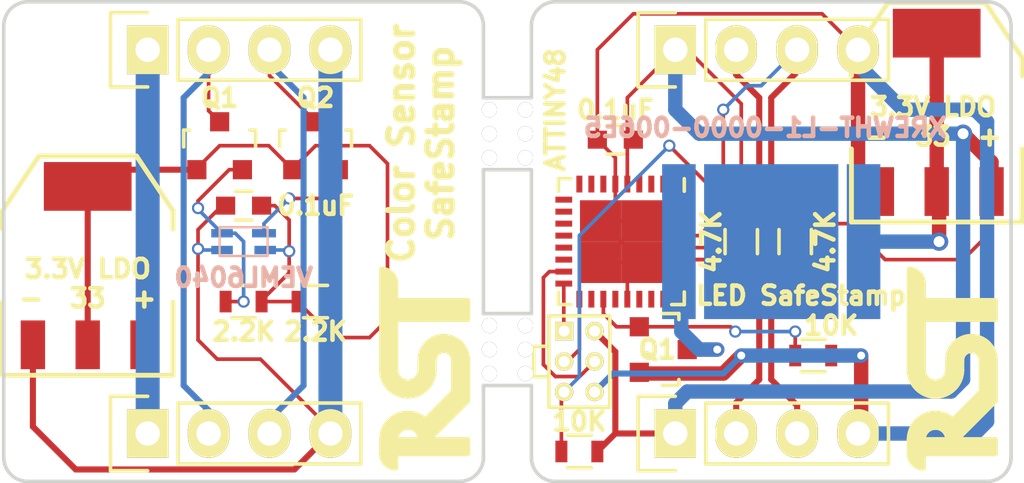
<source format=kicad_pcb>
(kicad_pcb (version 4) (host pcbnew "(2015-09-02 BZR 6149, Git 4a56ee4)-product")

  (general
    (links 57)
    (no_connects 0)
    (area 49.689999 41.404148 92.710001 82.060733)
    (thickness 1.6)
    (drawings 418)
    (tracks 211)
    (zones 0)
    (modules 33)
    (nets 41)
  )

  (page USLetter)
  (title_block
    (title "LED and Color Sensor SafeStamps")
    (date 2015-11-10)
    (rev 1)
    (company "Rancho Safecracking")
    (comment 1 "James Rowley")
  )

  (layers
    (0 F.Cu signal)
    (31 B.Cu signal)
    (32 B.Adhes user)
    (33 F.Adhes user)
    (34 B.Paste user)
    (35 F.Paste user)
    (36 B.SilkS user)
    (37 F.SilkS user)
    (38 B.Mask user)
    (39 F.Mask user)
    (40 Dwgs.User user)
    (41 Cmts.User user)
    (42 Eco1.User user)
    (43 Eco2.User user)
    (44 Edge.Cuts user)
    (45 Margin user hide)
    (46 B.CrtYd user hide)
    (47 F.CrtYd user hide)
    (48 B.Fab user hide)
    (49 F.Fab user hide)
  )

  (setup
    (last_trace_width 0.1524)
    (user_trace_width 0.254)
    (user_trace_width 0.6)
    (user_trace_width 1)
    (trace_clearance 0.1524)
    (zone_clearance 0.508)
    (zone_45_only no)
    (trace_min 0.1524)
    (segment_width 0.2)
    (edge_width 0.15)
    (via_size 0.508)
    (via_drill 0.3302)
    (via_min_size 0.508)
    (via_min_drill 0.3302)
    (user_via 0.762 0.4572)
    (uvia_size 0.3)
    (uvia_drill 0.1)
    (uvias_allowed no)
    (uvia_min_size 0.2)
    (uvia_min_drill 0.1)
    (pcb_text_width 0.3)
    (pcb_text_size 1.5 1.5)
    (mod_edge_width 0.15)
    (mod_text_size 0.5 0.5)
    (mod_text_width 0.15)
    (pad_size 1.4 6.46)
    (pad_drill 0)
    (pad_to_mask_clearance 0.0508)
    (aux_axis_origin 50 50)
    (visible_elements 7FFFFFFF)
    (pcbplotparams
      (layerselection 0x010f8_80000001)
      (usegerberextensions false)
      (excludeedgelayer true)
      (linewidth 0.100000)
      (plotframeref false)
      (viasonmask false)
      (mode 1)
      (useauxorigin false)
      (hpglpennumber 1)
      (hpglpenspeed 20)
      (hpglpendiameter 15)
      (hpglpenoverlay 2)
      (psnegative false)
      (psa4output false)
      (plotreference false)
      (plotvalue false)
      (plotinvisibletext false)
      (padsonsilk false)
      (subtractmaskfromsilk false)
      (outputformat 1)
      (mirror false)
      (drillshape 0)
      (scaleselection 1)
      (outputdirectory Gerbers/))
  )

  (net 0 "")
  (net 1 VCC)
  (net 2 GND)
  (net 3 "Net-(IC1-Pad1)")
  (net 4 "Net-(IC1-Pad2)")
  (net 5 "Net-(IC1-Pad3)")
  (net 6 "Net-(IC1-Pad6)")
  (net 7 "Net-(IC1-Pad7)")
  (net 8 "Net-(IC1-Pad8)")
  (net 9 "Net-(IC1-Pad9)")
  (net 10 "Net-(IC1-Pad10)")
  (net 11 "Net-(IC1-Pad11)")
  (net 12 "Net-(IC1-Pad12)")
  (net 13 "Net-(IC1-Pad13)")
  (net 14 "Net-(IC1-Pad14)")
  (net 15 MISO)
  (net 16 SCK)
  (net 17 "Net-(IC1-Pad18)")
  (net 18 LEDC)
  (net 19 "Net-(IC1-Pad20)")
  (net 20 "Net-(IC1-Pad22)")
  (net 21 "Net-(IC1-Pad23)")
  (net 22 "Net-(IC1-Pad24)")
  (net 23 "Net-(IC1-Pad25)")
  (net 24 "Net-(IC1-Pad26)")
  (net 25 SDA)
  (net 26 SCL)
  (net 27 RST)
  (net 28 "Net-(IC1-Pad30)")
  (net 29 "Net-(IC1-Pad31)")
  (net 30 "Net-(IC1-Pad32)")
  (net 31 MOSI)
  (net 32 "Net-(Q1-Pad2)")
  (net 33 "Net-(Q2-Pad2)")
  (net 34 "Net-(D1-PadC)")
  (net 35 "Net-(D1-PadA)")
  (net 36 /+3.3V2)
  (net 37 /GND2)
  (net 38 /+5V2)
  (net 39 /SDA2)
  (net 40 /SCL2)

  (net_class Default "This is the default net class."
    (clearance 0.1524)
    (trace_width 0.1524)
    (via_dia 0.508)
    (via_drill 0.3302)
    (uvia_dia 0.3)
    (uvia_drill 0.1)
    (add_net /+3.3V2)
    (add_net /+5V2)
    (add_net /GND2)
    (add_net /SCL2)
    (add_net /SDA2)
    (add_net GND)
    (add_net LEDC)
    (add_net MISO)
    (add_net MOSI)
    (add_net "Net-(D1-PadA)")
    (add_net "Net-(D1-PadC)")
    (add_net "Net-(IC1-Pad1)")
    (add_net "Net-(IC1-Pad10)")
    (add_net "Net-(IC1-Pad11)")
    (add_net "Net-(IC1-Pad12)")
    (add_net "Net-(IC1-Pad13)")
    (add_net "Net-(IC1-Pad14)")
    (add_net "Net-(IC1-Pad18)")
    (add_net "Net-(IC1-Pad2)")
    (add_net "Net-(IC1-Pad20)")
    (add_net "Net-(IC1-Pad22)")
    (add_net "Net-(IC1-Pad23)")
    (add_net "Net-(IC1-Pad24)")
    (add_net "Net-(IC1-Pad25)")
    (add_net "Net-(IC1-Pad26)")
    (add_net "Net-(IC1-Pad3)")
    (add_net "Net-(IC1-Pad30)")
    (add_net "Net-(IC1-Pad31)")
    (add_net "Net-(IC1-Pad32)")
    (add_net "Net-(IC1-Pad6)")
    (add_net "Net-(IC1-Pad7)")
    (add_net "Net-(IC1-Pad8)")
    (add_net "Net-(IC1-Pad9)")
    (add_net "Net-(Q1-Pad2)")
    (add_net "Net-(Q2-Pad2)")
    (add_net RST)
    (add_net SCK)
    (add_net SCL)
    (add_net SDA)
    (add_net VCC)
  )

  (module Capacitors_SMD:C_0603 (layer F.Cu) (tedit 564267E7) (tstamp 56418528)
    (at 75.5 55.75 180)
    (descr "Capacitor SMD 0603, reflow soldering, AVX (see smccp.pdf)")
    (tags "capacitor 0603")
    (path /563D3C4B)
    (attr smd)
    (fp_text reference C1 (at 8.38 -18.21 180) (layer F.SilkS) hide
      (effects (font (size 1 1) (thickness 0.15)))
    )
    (fp_text value 0.1uF (at 2.75 -20 180) (layer F.Fab) hide
      (effects (font (size 1 1) (thickness 0.15)))
    )
    (fp_line (start -1.45 -0.75) (end 1.45 -0.75) (layer F.CrtYd) (width 0.05))
    (fp_line (start -1.45 0.75) (end 1.45 0.75) (layer F.CrtYd) (width 0.05))
    (fp_line (start -1.45 -0.75) (end -1.45 0.75) (layer F.CrtYd) (width 0.05))
    (fp_line (start 1.45 -0.75) (end 1.45 0.75) (layer F.CrtYd) (width 0.05))
    (fp_line (start -0.35 -0.6) (end 0.35 -0.6) (layer F.SilkS) (width 0.15))
    (fp_line (start 0.35 0.6) (end -0.35 0.6) (layer F.SilkS) (width 0.15))
    (pad 1 smd rect (at -0.75 0 180) (size 0.8 0.75) (layers F.Cu F.Paste F.Mask)
      (net 1 VCC))
    (pad 2 smd rect (at 0.75 0 180) (size 0.8 0.75) (layers F.Cu F.Paste F.Mask)
      (net 2 GND))
    (model Capacitors_SMD.3dshapes/C_0603.wrl
      (at (xyz 0 0 0))
      (scale (xyz 1 1 1))
      (rotate (xyz 0 0 0))
    )
  )

  (module Capacitors_SMD:C_0603 (layer F.Cu) (tedit 56426797) (tstamp 5641852E)
    (at 60 58.5 180)
    (descr "Capacitor SMD 0603, reflow soldering, AVX (see smccp.pdf)")
    (tags "capacitor 0603")
    (path /56419589)
    (attr smd)
    (fp_text reference C2 (at -11.8 -15.45 270) (layer F.SilkS) hide
      (effects (font (size 1 1) (thickness 0.15)))
    )
    (fp_text value 0.1uF (at -11 -18.75 180) (layer F.Fab) hide
      (effects (font (size 0.5 0.5) (thickness 0.125)))
    )
    (fp_line (start -1.45 -0.75) (end 1.45 -0.75) (layer F.CrtYd) (width 0.05))
    (fp_line (start -1.45 0.75) (end 1.45 0.75) (layer F.CrtYd) (width 0.05))
    (fp_line (start -1.45 -0.75) (end -1.45 0.75) (layer F.CrtYd) (width 0.05))
    (fp_line (start 1.45 -0.75) (end 1.45 0.75) (layer F.CrtYd) (width 0.05))
    (fp_line (start -0.35 -0.6) (end 0.35 -0.6) (layer F.SilkS) (width 0.15))
    (fp_line (start 0.35 0.6) (end -0.35 0.6) (layer F.SilkS) (width 0.15))
    (pad 1 smd rect (at -0.75 0 180) (size 0.8 0.75) (layers F.Cu F.Paste F.Mask)
      (net 36 /+3.3V2))
    (pad 2 smd rect (at 0.75 0 180) (size 0.8 0.75) (layers F.Cu F.Paste F.Mask)
      (net 37 /GND2))
    (model Capacitors_SMD.3dshapes/C_0603.wrl
      (at (xyz 0 0 0))
      (scale (xyz 1 1 1))
      (rotate (xyz 0 0 0))
    )
  )

  (module Housings_DFN_QFN:QFN-32-1EP_5x5mm_Pitch0.5mm (layer F.Cu) (tedit 56426785) (tstamp 56418556)
    (at 75.75 60 270)
    (descr "UH Package; 32-Lead Plastic QFN (5mm x 5mm); (see Linear Technology QFN_32_05-08-1693.pdf)")
    (tags "QFN 0.5")
    (path /563D2FBF)
    (attr smd)
    (fp_text reference IC1 (at 14.4 4.3 360) (layer F.SilkS) hide
      (effects (font (size 1 1) (thickness 0.15)))
    )
    (fp_text value ATTINY48-M (at 13.75 5 270) (layer F.Fab) hide
      (effects (font (size 0.5 0.5) (thickness 0.15)))
    )
    (fp_line (start -3 -3) (end -3 3) (layer F.CrtYd) (width 0.05))
    (fp_line (start 3 -3) (end 3 3) (layer F.CrtYd) (width 0.05))
    (fp_line (start -3 -3) (end 3 -3) (layer F.CrtYd) (width 0.05))
    (fp_line (start -3 3) (end 3 3) (layer F.CrtYd) (width 0.05))
    (fp_line (start 2.625 -2.625) (end 2.625 -2.1) (layer F.SilkS) (width 0.15))
    (fp_line (start -2.625 2.625) (end -2.625 2.1) (layer F.SilkS) (width 0.15))
    (fp_line (start 2.625 2.625) (end 2.625 2.1) (layer F.SilkS) (width 0.15))
    (fp_line (start -2.625 -2.625) (end -2.1 -2.625) (layer F.SilkS) (width 0.15))
    (fp_line (start -2.625 2.625) (end -2.1 2.625) (layer F.SilkS) (width 0.15))
    (fp_line (start 2.625 2.625) (end 2.1 2.625) (layer F.SilkS) (width 0.15))
    (fp_line (start 2.625 -2.625) (end 2.1 -2.625) (layer F.SilkS) (width 0.15))
    (pad 1 smd rect (at -2.4 -1.75 270) (size 0.7 0.25) (layers F.Cu F.Paste F.Mask)
      (net 3 "Net-(IC1-Pad1)"))
    (pad 2 smd rect (at -2.4 -1.25 270) (size 0.7 0.25) (layers F.Cu F.Paste F.Mask)
      (net 4 "Net-(IC1-Pad2)"))
    (pad 3 smd rect (at -2.4 -0.75 270) (size 0.7 0.25) (layers F.Cu F.Paste F.Mask)
      (net 5 "Net-(IC1-Pad3)"))
    (pad 4 smd rect (at -2.4 -0.25 270) (size 0.7 0.25) (layers F.Cu F.Paste F.Mask)
      (net 1 VCC))
    (pad 5 smd rect (at -2.4 0.25 270) (size 0.7 0.25) (layers F.Cu F.Paste F.Mask)
      (net 2 GND))
    (pad 6 smd rect (at -2.4 0.75 270) (size 0.7 0.25) (layers F.Cu F.Paste F.Mask)
      (net 6 "Net-(IC1-Pad6)"))
    (pad 7 smd rect (at -2.4 1.25 270) (size 0.7 0.25) (layers F.Cu F.Paste F.Mask)
      (net 7 "Net-(IC1-Pad7)"))
    (pad 8 smd rect (at -2.4 1.75 270) (size 0.7 0.25) (layers F.Cu F.Paste F.Mask)
      (net 8 "Net-(IC1-Pad8)"))
    (pad 9 smd rect (at -1.75 2.4) (size 0.7 0.25) (layers F.Cu F.Paste F.Mask)
      (net 9 "Net-(IC1-Pad9)"))
    (pad 10 smd rect (at -1.25 2.4) (size 0.7 0.25) (layers F.Cu F.Paste F.Mask)
      (net 10 "Net-(IC1-Pad10)"))
    (pad 11 smd rect (at -0.75 2.4) (size 0.7 0.25) (layers F.Cu F.Paste F.Mask)
      (net 11 "Net-(IC1-Pad11)"))
    (pad 12 smd rect (at -0.25 2.4) (size 0.7 0.25) (layers F.Cu F.Paste F.Mask)
      (net 12 "Net-(IC1-Pad12)"))
    (pad 13 smd rect (at 0.25 2.4) (size 0.7 0.25) (layers F.Cu F.Paste F.Mask)
      (net 13 "Net-(IC1-Pad13)"))
    (pad 14 smd rect (at 0.75 2.4) (size 0.7 0.25) (layers F.Cu F.Paste F.Mask)
      (net 14 "Net-(IC1-Pad14)"))
    (pad 15 smd rect (at 1.25 2.4) (size 0.7 0.25) (layers F.Cu F.Paste F.Mask)
      (net 31 MOSI))
    (pad 16 smd rect (at 1.75 2.4) (size 0.7 0.25) (layers F.Cu F.Paste F.Mask)
      (net 15 MISO))
    (pad 17 smd rect (at 2.4 1.75 270) (size 0.7 0.25) (layers F.Cu F.Paste F.Mask)
      (net 16 SCK))
    (pad 18 smd rect (at 2.4 1.25 270) (size 0.7 0.25) (layers F.Cu F.Paste F.Mask)
      (net 17 "Net-(IC1-Pad18)"))
    (pad 19 smd rect (at 2.4 0.75 270) (size 0.7 0.25) (layers F.Cu F.Paste F.Mask)
      (net 18 LEDC))
    (pad 20 smd rect (at 2.4 0.25 270) (size 0.7 0.25) (layers F.Cu F.Paste F.Mask)
      (net 19 "Net-(IC1-Pad20)"))
    (pad 21 smd rect (at 2.4 -0.25 270) (size 0.7 0.25) (layers F.Cu F.Paste F.Mask)
      (net 2 GND))
    (pad 22 smd rect (at 2.4 -0.75 270) (size 0.7 0.25) (layers F.Cu F.Paste F.Mask)
      (net 20 "Net-(IC1-Pad22)"))
    (pad 23 smd rect (at 2.4 -1.25 270) (size 0.7 0.25) (layers F.Cu F.Paste F.Mask)
      (net 21 "Net-(IC1-Pad23)"))
    (pad 24 smd rect (at 2.4 -1.75 270) (size 0.7 0.25) (layers F.Cu F.Paste F.Mask)
      (net 22 "Net-(IC1-Pad24)"))
    (pad 25 smd rect (at 1.75 -2.4) (size 0.7 0.25) (layers F.Cu F.Paste F.Mask)
      (net 23 "Net-(IC1-Pad25)"))
    (pad 26 smd rect (at 1.25 -2.4) (size 0.7 0.25) (layers F.Cu F.Paste F.Mask)
      (net 24 "Net-(IC1-Pad26)"))
    (pad 27 smd rect (at 0.75 -2.4) (size 0.7 0.25) (layers F.Cu F.Paste F.Mask)
      (net 25 SDA))
    (pad 28 smd rect (at 0.25 -2.4) (size 0.7 0.25) (layers F.Cu F.Paste F.Mask)
      (net 26 SCL))
    (pad 29 smd rect (at -0.25 -2.4) (size 0.7 0.25) (layers F.Cu F.Paste F.Mask)
      (net 27 RST))
    (pad 30 smd rect (at -0.75 -2.4) (size 0.7 0.25) (layers F.Cu F.Paste F.Mask)
      (net 28 "Net-(IC1-Pad30)"))
    (pad 31 smd rect (at -1.25 -2.4) (size 0.7 0.25) (layers F.Cu F.Paste F.Mask)
      (net 29 "Net-(IC1-Pad31)"))
    (pad 32 smd rect (at -1.75 -2.4) (size 0.7 0.25) (layers F.Cu F.Paste F.Mask)
      (net 30 "Net-(IC1-Pad32)"))
    (pad 33 smd rect (at 0.8625 0.8625 270) (size 1.725 1.725) (layers F.Cu F.Paste F.Mask)
      (net 2 GND) (solder_paste_margin_ratio -0.2))
    (pad 33 smd rect (at 0.8625 -0.8625 270) (size 1.725 1.725) (layers F.Cu F.Paste F.Mask)
      (net 2 GND) (solder_paste_margin_ratio -0.2))
    (pad 33 smd rect (at -0.8625 0.8625 270) (size 1.725 1.725) (layers F.Cu F.Paste F.Mask)
      (net 2 GND) (solder_paste_margin_ratio -0.2))
    (pad 33 smd rect (at -0.8625 -0.8625 270) (size 1.725 1.725) (layers F.Cu F.Paste F.Mask)
      (net 2 GND) (solder_paste_margin_ratio -0.2))
    (model Housings_DFN_QFN.3dshapes/QFN-32-1EP_5x5mm_Pitch0.5mm.wrl
      (at (xyz 0 0 0))
      (scale (xyz 1 1 1))
      (rotate (xyz 0 0 0))
    )
  )

  (module Pin_Headers:Pin_Header_Straight_1x04 (layer F.Cu) (tedit 564267C1) (tstamp 5641855E)
    (at 78 52 90)
    (descr "Through hole pin header")
    (tags "pin header")
    (path /563D313D)
    (fp_text reference P1 (at -24.325 -10.65 90) (layer F.SilkS) hide
      (effects (font (size 1 1) (thickness 0.15)))
    )
    (fp_text value CONN_01X04 (at -23.75 -8.75 90) (layer F.Fab) hide
      (effects (font (size 1 1) (thickness 0.15)))
    )
    (fp_line (start -1.75 -1.75) (end -1.75 9.4) (layer F.CrtYd) (width 0.05))
    (fp_line (start 1.75 -1.75) (end 1.75 9.4) (layer F.CrtYd) (width 0.05))
    (fp_line (start -1.75 -1.75) (end 1.75 -1.75) (layer F.CrtYd) (width 0.05))
    (fp_line (start -1.75 9.4) (end 1.75 9.4) (layer F.CrtYd) (width 0.05))
    (fp_line (start -1.27 1.27) (end -1.27 8.89) (layer F.SilkS) (width 0.15))
    (fp_line (start 1.27 1.27) (end 1.27 8.89) (layer F.SilkS) (width 0.15))
    (fp_line (start 1.55 -1.55) (end 1.55 0) (layer F.SilkS) (width 0.15))
    (fp_line (start -1.27 8.89) (end 1.27 8.89) (layer F.SilkS) (width 0.15))
    (fp_line (start 1.27 1.27) (end -1.27 1.27) (layer F.SilkS) (width 0.15))
    (fp_line (start -1.55 0) (end -1.55 -1.55) (layer F.SilkS) (width 0.15))
    (fp_line (start -1.55 -1.55) (end 1.55 -1.55) (layer F.SilkS) (width 0.15))
    (pad 1 thru_hole rect (at 0 0 90) (size 2.032 1.7272) (drill 1.016) (layers *.Cu *.Mask F.SilkS)
      (net 1 VCC))
    (pad 2 thru_hole oval (at 0 2.54 90) (size 2.032 1.7272) (drill 1.016) (layers *.Cu *.Mask F.SilkS)
      (net 25 SDA))
    (pad 3 thru_hole oval (at 0 5.08 90) (size 2.032 1.7272) (drill 1.016) (layers *.Cu *.Mask F.SilkS)
      (net 26 SCL))
    (pad 4 thru_hole oval (at 0 7.62 90) (size 2.032 1.7272) (drill 1.016) (layers *.Cu *.Mask F.SilkS)
      (net 2 GND))
    (model Pin_Headers.3dshapes/Pin_Header_Straight_1x04.wrl
      (at (xyz 0 -0.15 0))
      (scale (xyz 1 1 1))
      (rotate (xyz 0 0 90))
    )
  )

  (module Pin_Headers:Pin_Header_Straight_1x04 (layer F.Cu) (tedit 56426761) (tstamp 56418566)
    (at 78 68 90)
    (descr "Through hole pin header")
    (tags "pin header")
    (path /563D319A)
    (fp_text reference P2 (at -7.25 -6.25 90) (layer F.SilkS) hide
      (effects (font (size 1 1) (thickness 0.15)))
    )
    (fp_text value CONN_01X04 (at -9 -7.75 90) (layer F.Fab) hide
      (effects (font (size 1 1) (thickness 0.15)))
    )
    (fp_line (start -1.75 -1.75) (end -1.75 9.4) (layer F.CrtYd) (width 0.05))
    (fp_line (start 1.75 -1.75) (end 1.75 9.4) (layer F.CrtYd) (width 0.05))
    (fp_line (start -1.75 -1.75) (end 1.75 -1.75) (layer F.CrtYd) (width 0.05))
    (fp_line (start -1.75 9.4) (end 1.75 9.4) (layer F.CrtYd) (width 0.05))
    (fp_line (start -1.27 1.27) (end -1.27 8.89) (layer F.SilkS) (width 0.15))
    (fp_line (start 1.27 1.27) (end 1.27 8.89) (layer F.SilkS) (width 0.15))
    (fp_line (start 1.55 -1.55) (end 1.55 0) (layer F.SilkS) (width 0.15))
    (fp_line (start -1.27 8.89) (end 1.27 8.89) (layer F.SilkS) (width 0.15))
    (fp_line (start 1.27 1.27) (end -1.27 1.27) (layer F.SilkS) (width 0.15))
    (fp_line (start -1.55 0) (end -1.55 -1.55) (layer F.SilkS) (width 0.15))
    (fp_line (start -1.55 -1.55) (end 1.55 -1.55) (layer F.SilkS) (width 0.15))
    (pad 1 thru_hole rect (at 0 0 90) (size 2.032 1.7272) (drill 1.016) (layers *.Cu *.Mask F.SilkS)
      (net 1 VCC))
    (pad 2 thru_hole oval (at 0 2.54 90) (size 2.032 1.7272) (drill 1.016) (layers *.Cu *.Mask F.SilkS)
      (net 25 SDA))
    (pad 3 thru_hole oval (at 0 5.08 90) (size 2.032 1.7272) (drill 1.016) (layers *.Cu *.Mask F.SilkS)
      (net 26 SCL))
    (pad 4 thru_hole oval (at 0 7.62 90) (size 2.032 1.7272) (drill 1.016) (layers *.Cu *.Mask F.SilkS)
      (net 2 GND))
    (model Pin_Headers.3dshapes/Pin_Header_Straight_1x04.wrl
      (at (xyz 0 -0.15 0))
      (scale (xyz 1 1 1))
      (rotate (xyz 0 0 90))
    )
  )

  (module Pin_Headers:Pin_Header_Straight_1x04 (layer F.Cu) (tedit 564267B3) (tstamp 5641856E)
    (at 56 52 90)
    (descr "Through hole pin header")
    (tags "pin header")
    (path /56419BC0)
    (fp_text reference P4 (at -20.875 12.275 90) (layer F.SilkS) hide
      (effects (font (size 1 1) (thickness 0.15)))
    )
    (fp_text value CONN_01X04 (at -25.25 16.5 90) (layer F.Fab) hide
      (effects (font (size 0.5 0.5) (thickness 0.125)))
    )
    (fp_line (start -1.75 -1.75) (end -1.75 9.4) (layer F.CrtYd) (width 0.05))
    (fp_line (start 1.75 -1.75) (end 1.75 9.4) (layer F.CrtYd) (width 0.05))
    (fp_line (start -1.75 -1.75) (end 1.75 -1.75) (layer F.CrtYd) (width 0.05))
    (fp_line (start -1.75 9.4) (end 1.75 9.4) (layer F.CrtYd) (width 0.05))
    (fp_line (start -1.27 1.27) (end -1.27 8.89) (layer F.SilkS) (width 0.15))
    (fp_line (start 1.27 1.27) (end 1.27 8.89) (layer F.SilkS) (width 0.15))
    (fp_line (start 1.55 -1.55) (end 1.55 0) (layer F.SilkS) (width 0.15))
    (fp_line (start -1.27 8.89) (end 1.27 8.89) (layer F.SilkS) (width 0.15))
    (fp_line (start 1.27 1.27) (end -1.27 1.27) (layer F.SilkS) (width 0.15))
    (fp_line (start -1.55 0) (end -1.55 -1.55) (layer F.SilkS) (width 0.15))
    (fp_line (start -1.55 -1.55) (end 1.55 -1.55) (layer F.SilkS) (width 0.15))
    (pad 1 thru_hole rect (at 0 0 90) (size 2.032 1.7272) (drill 1.016) (layers *.Cu *.Mask F.SilkS)
      (net 38 /+5V2))
    (pad 2 thru_hole oval (at 0 2.54 90) (size 2.032 1.7272) (drill 1.016) (layers *.Cu *.Mask F.SilkS)
      (net 39 /SDA2))
    (pad 3 thru_hole oval (at 0 5.08 90) (size 2.032 1.7272) (drill 1.016) (layers *.Cu *.Mask F.SilkS)
      (net 40 /SCL2))
    (pad 4 thru_hole oval (at 0 7.62 90) (size 2.032 1.7272) (drill 1.016) (layers *.Cu *.Mask F.SilkS)
      (net 37 /GND2))
    (model Pin_Headers.3dshapes/Pin_Header_Straight_1x04.wrl
      (at (xyz 0 -0.15 0))
      (scale (xyz 1 1 1))
      (rotate (xyz 0 0 90))
    )
  )

  (module Pin_Headers:Pin_Header_Straight_1x04 (layer F.Cu) (tedit 564267B2) (tstamp 56418576)
    (at 56 68 90)
    (descr "Through hole pin header")
    (tags "pin header")
    (path /56419C1C)
    (fp_text reference P5 (at -6.425 10.275 90) (layer F.SilkS) hide
      (effects (font (size 1 1) (thickness 0.15)))
    )
    (fp_text value CONN_01X04 (at -8 12.25 90) (layer F.Fab) hide
      (effects (font (size 0.5 0.5) (thickness 0.125)))
    )
    (fp_line (start -1.75 -1.75) (end -1.75 9.4) (layer F.CrtYd) (width 0.05))
    (fp_line (start 1.75 -1.75) (end 1.75 9.4) (layer F.CrtYd) (width 0.05))
    (fp_line (start -1.75 -1.75) (end 1.75 -1.75) (layer F.CrtYd) (width 0.05))
    (fp_line (start -1.75 9.4) (end 1.75 9.4) (layer F.CrtYd) (width 0.05))
    (fp_line (start -1.27 1.27) (end -1.27 8.89) (layer F.SilkS) (width 0.15))
    (fp_line (start 1.27 1.27) (end 1.27 8.89) (layer F.SilkS) (width 0.15))
    (fp_line (start 1.55 -1.55) (end 1.55 0) (layer F.SilkS) (width 0.15))
    (fp_line (start -1.27 8.89) (end 1.27 8.89) (layer F.SilkS) (width 0.15))
    (fp_line (start 1.27 1.27) (end -1.27 1.27) (layer F.SilkS) (width 0.15))
    (fp_line (start -1.55 0) (end -1.55 -1.55) (layer F.SilkS) (width 0.15))
    (fp_line (start -1.55 -1.55) (end 1.55 -1.55) (layer F.SilkS) (width 0.15))
    (pad 1 thru_hole rect (at 0 0 90) (size 2.032 1.7272) (drill 1.016) (layers *.Cu *.Mask F.SilkS)
      (net 38 /+5V2))
    (pad 2 thru_hole oval (at 0 2.54 90) (size 2.032 1.7272) (drill 1.016) (layers *.Cu *.Mask F.SilkS)
      (net 39 /SDA2))
    (pad 3 thru_hole oval (at 0 5.08 90) (size 2.032 1.7272) (drill 1.016) (layers *.Cu *.Mask F.SilkS)
      (net 40 /SCL2))
    (pad 4 thru_hole oval (at 0 7.62 90) (size 2.032 1.7272) (drill 1.016) (layers *.Cu *.Mask F.SilkS)
      (net 37 /GND2))
    (model Pin_Headers.3dshapes/Pin_Header_Straight_1x04.wrl
      (at (xyz 0 -0.15 0))
      (scale (xyz 1 1 1))
      (rotate (xyz 0 0 90))
    )
  )

  (module Housings_SOT-23_SOT-143_TSOT-6:SOT-23 (layer F.Cu) (tedit 5642679E) (tstamp 56418587)
    (at 59 56)
    (descr "SOT-23, Standard")
    (tags SOT-23)
    (path /5641782A)
    (attr smd)
    (fp_text reference Q1 (at 11.8 21.35) (layer F.SilkS) hide
      (effects (font (size 1 1) (thickness 0.15)))
    )
    (fp_text value 2N7002P (at 12 20.75) (layer F.Fab) hide
      (effects (font (size 0.5 0.5) (thickness 0.125)))
    )
    (fp_line (start -1.65 -1.6) (end 1.65 -1.6) (layer F.CrtYd) (width 0.05))
    (fp_line (start 1.65 -1.6) (end 1.65 1.6) (layer F.CrtYd) (width 0.05))
    (fp_line (start 1.65 1.6) (end -1.65 1.6) (layer F.CrtYd) (width 0.05))
    (fp_line (start -1.65 1.6) (end -1.65 -1.6) (layer F.CrtYd) (width 0.05))
    (fp_line (start 1.29916 -0.65024) (end 1.2509 -0.65024) (layer F.SilkS) (width 0.15))
    (fp_line (start -1.49982 0.0508) (end -1.49982 -0.65024) (layer F.SilkS) (width 0.15))
    (fp_line (start -1.49982 -0.65024) (end -1.2509 -0.65024) (layer F.SilkS) (width 0.15))
    (fp_line (start 1.29916 -0.65024) (end 1.49982 -0.65024) (layer F.SilkS) (width 0.15))
    (fp_line (start 1.49982 -0.65024) (end 1.49982 0.0508) (layer F.SilkS) (width 0.15))
    (pad 1 smd rect (at -0.95 1.00076) (size 0.8001 0.8001) (layers F.Cu F.Paste F.Mask)
      (net 36 /+3.3V2))
    (pad 2 smd rect (at 0.95 1.00076) (size 0.8001 0.8001) (layers F.Cu F.Paste F.Mask)
      (net 32 "Net-(Q1-Pad2)"))
    (pad 3 smd rect (at 0 -0.99822) (size 0.8001 0.8001) (layers F.Cu F.Paste F.Mask)
      (net 39 /SDA2))
    (model Housings_SOT-23_SOT-143_TSOT-6.3dshapes/SOT-23.wrl
      (at (xyz 0 0 0))
      (scale (xyz 1 1 1))
      (rotate (xyz 0 0 0))
    )
  )

  (module Housings_SOT-23_SOT-143_TSOT-6:SOT-23 (layer F.Cu) (tedit 564267A8) (tstamp 5641858E)
    (at 63 56)
    (descr "SOT-23, Standard")
    (tags SOT-23)
    (path /5641814A)
    (attr smd)
    (fp_text reference Q2 (at 9.5 18.65 90) (layer F.SilkS) hide
      (effects (font (size 1 1) (thickness 0.15)))
    )
    (fp_text value 2N7002P (at 7.25 22) (layer F.Fab) hide
      (effects (font (size 0.5 0.5) (thickness 0.125)))
    )
    (fp_line (start -1.65 -1.6) (end 1.65 -1.6) (layer F.CrtYd) (width 0.05))
    (fp_line (start 1.65 -1.6) (end 1.65 1.6) (layer F.CrtYd) (width 0.05))
    (fp_line (start 1.65 1.6) (end -1.65 1.6) (layer F.CrtYd) (width 0.05))
    (fp_line (start -1.65 1.6) (end -1.65 -1.6) (layer F.CrtYd) (width 0.05))
    (fp_line (start 1.29916 -0.65024) (end 1.2509 -0.65024) (layer F.SilkS) (width 0.15))
    (fp_line (start -1.49982 0.0508) (end -1.49982 -0.65024) (layer F.SilkS) (width 0.15))
    (fp_line (start -1.49982 -0.65024) (end -1.2509 -0.65024) (layer F.SilkS) (width 0.15))
    (fp_line (start 1.29916 -0.65024) (end 1.49982 -0.65024) (layer F.SilkS) (width 0.15))
    (fp_line (start 1.49982 -0.65024) (end 1.49982 0.0508) (layer F.SilkS) (width 0.15))
    (pad 1 smd rect (at -0.95 1.00076) (size 0.8001 0.8001) (layers F.Cu F.Paste F.Mask)
      (net 36 /+3.3V2))
    (pad 2 smd rect (at 0.95 1.00076) (size 0.8001 0.8001) (layers F.Cu F.Paste F.Mask)
      (net 33 "Net-(Q2-Pad2)"))
    (pad 3 smd rect (at 0 -0.99822) (size 0.8001 0.8001) (layers F.Cu F.Paste F.Mask)
      (net 40 /SCL2))
    (model Housings_SOT-23_SOT-143_TSOT-6.3dshapes/SOT-23.wrl
      (at (xyz 0 0 0))
      (scale (xyz 1 1 1))
      (rotate (xyz 0 0 0))
    )
  )

  (module Resistors_SMD:R_0603 (layer F.Cu) (tedit 5642678C) (tstamp 56418594)
    (at 83 60 270)
    (descr "Resistor SMD 0603, reflow soldering, Vishay (see dcrcw.pdf)")
    (tags "resistor 0603")
    (path /563D37A0)
    (attr smd)
    (fp_text reference R1 (at 17.1 15.45 270) (layer F.SilkS) hide
      (effects (font (size 1 1) (thickness 0.15)))
    )
    (fp_text value 4700 (at 13.25 13 270) (layer F.Fab) hide
      (effects (font (size 1 1) (thickness 0.15)))
    )
    (fp_line (start -1.3 -0.8) (end 1.3 -0.8) (layer F.CrtYd) (width 0.05))
    (fp_line (start -1.3 0.8) (end 1.3 0.8) (layer F.CrtYd) (width 0.05))
    (fp_line (start -1.3 -0.8) (end -1.3 0.8) (layer F.CrtYd) (width 0.05))
    (fp_line (start 1.3 -0.8) (end 1.3 0.8) (layer F.CrtYd) (width 0.05))
    (fp_line (start 0.5 0.675) (end -0.5 0.675) (layer F.SilkS) (width 0.15))
    (fp_line (start -0.5 -0.675) (end 0.5 -0.675) (layer F.SilkS) (width 0.15))
    (pad 1 smd rect (at -0.75 0 270) (size 0.5 0.9) (layers F.Cu F.Paste F.Mask)
      (net 1 VCC))
    (pad 2 smd rect (at 0.75 0 270) (size 0.5 0.9) (layers F.Cu F.Paste F.Mask)
      (net 26 SCL))
    (model Resistors_SMD.3dshapes/R_0603.wrl
      (at (xyz 0 0 0))
      (scale (xyz 1 1 1))
      (rotate (xyz 0 0 0))
    )
  )

  (module Resistors_SMD:R_0603 (layer F.Cu) (tedit 564267CA) (tstamp 5641859A)
    (at 80.75 60 270)
    (descr "Resistor SMD 0603, reflow soldering, Vishay (see dcrcw.pdf)")
    (tags "resistor 0603")
    (path /563F9D05)
    (attr smd)
    (fp_text reference R2 (at 13.6 8.925 270) (layer F.SilkS) hide
      (effects (font (size 1 1) (thickness 0.15)))
    )
    (fp_text value 4700 (at 13.25 10.5 270) (layer F.Fab) hide
      (effects (font (size 1 1) (thickness 0.15)))
    )
    (fp_line (start -1.3 -0.8) (end 1.3 -0.8) (layer F.CrtYd) (width 0.05))
    (fp_line (start -1.3 0.8) (end 1.3 0.8) (layer F.CrtYd) (width 0.05))
    (fp_line (start -1.3 -0.8) (end -1.3 0.8) (layer F.CrtYd) (width 0.05))
    (fp_line (start 1.3 -0.8) (end 1.3 0.8) (layer F.CrtYd) (width 0.05))
    (fp_line (start 0.5 0.675) (end -0.5 0.675) (layer F.SilkS) (width 0.15))
    (fp_line (start -0.5 -0.675) (end 0.5 -0.675) (layer F.SilkS) (width 0.15))
    (pad 1 smd rect (at -0.75 0 270) (size 0.5 0.9) (layers F.Cu F.Paste F.Mask)
      (net 1 VCC))
    (pad 2 smd rect (at 0.75 0 270) (size 0.5 0.9) (layers F.Cu F.Paste F.Mask)
      (net 25 SDA))
    (model Resistors_SMD.3dshapes/R_0603.wrl
      (at (xyz 0 0 0))
      (scale (xyz 1 1 1))
      (rotate (xyz 0 0 0))
    )
  )

  (module Resistors_SMD:R_0603 (layer F.Cu) (tedit 56426741) (tstamp 564185A0)
    (at 60 62.5 180)
    (descr "Resistor SMD 0603, reflow soldering, Vishay (see dcrcw.pdf)")
    (tags "resistor 0603")
    (path /56418993)
    (attr smd)
    (fp_text reference R3 (at -10.75 -15.25 180) (layer F.SilkS) hide
      (effects (font (size 1 1) (thickness 0.15)))
    )
    (fp_text value 2.2K (at -9.75 -11.5 180) (layer F.Fab) hide
      (effects (font (size 0.5 0.5) (thickness 0.125)))
    )
    (fp_line (start -1.3 -0.8) (end 1.3 -0.8) (layer F.CrtYd) (width 0.05))
    (fp_line (start -1.3 0.8) (end 1.3 0.8) (layer F.CrtYd) (width 0.05))
    (fp_line (start -1.3 -0.8) (end -1.3 0.8) (layer F.CrtYd) (width 0.05))
    (fp_line (start 1.3 -0.8) (end 1.3 0.8) (layer F.CrtYd) (width 0.05))
    (fp_line (start 0.5 0.675) (end -0.5 0.675) (layer F.SilkS) (width 0.15))
    (fp_line (start -0.5 -0.675) (end 0.5 -0.675) (layer F.SilkS) (width 0.15))
    (pad 1 smd rect (at -0.75 0 180) (size 0.5 0.9) (layers F.Cu F.Paste F.Mask)
      (net 36 /+3.3V2))
    (pad 2 smd rect (at 0.75 0 180) (size 0.5 0.9) (layers F.Cu F.Paste F.Mask)
      (net 32 "Net-(Q1-Pad2)"))
    (model Resistors_SMD.3dshapes/R_0603.wrl
      (at (xyz 0 0 0))
      (scale (xyz 1 1 1))
      (rotate (xyz 0 0 0))
    )
  )

  (module Resistors_SMD:R_0603 (layer F.Cu) (tedit 56426747) (tstamp 564185A6)
    (at 63 62.5)
    (descr "Resistor SMD 0603, reflow soldering, Vishay (see dcrcw.pdf)")
    (tags "resistor 0603")
    (path /564189C6)
    (attr smd)
    (fp_text reference R4 (at 7.5 14.75) (layer F.SilkS) hide
      (effects (font (size 1 1) (thickness 0.15)))
    )
    (fp_text value 2.2K (at 7.5 13.25) (layer F.Fab) hide
      (effects (font (size 0.5 0.5) (thickness 0.125)))
    )
    (fp_line (start -1.3 -0.8) (end 1.3 -0.8) (layer F.CrtYd) (width 0.05))
    (fp_line (start -1.3 0.8) (end 1.3 0.8) (layer F.CrtYd) (width 0.05))
    (fp_line (start -1.3 -0.8) (end -1.3 0.8) (layer F.CrtYd) (width 0.05))
    (fp_line (start 1.3 -0.8) (end 1.3 0.8) (layer F.CrtYd) (width 0.05))
    (fp_line (start 0.5 0.675) (end -0.5 0.675) (layer F.SilkS) (width 0.15))
    (fp_line (start -0.5 -0.675) (end 0.5 -0.675) (layer F.SilkS) (width 0.15))
    (pad 1 smd rect (at -0.75 0) (size 0.5 0.9) (layers F.Cu F.Paste F.Mask)
      (net 36 /+3.3V2))
    (pad 2 smd rect (at 0.75 0) (size 0.5 0.9) (layers F.Cu F.Paste F.Mask)
      (net 33 "Net-(Q2-Pad2)"))
    (model Resistors_SMD.3dshapes/R_0603.wrl
      (at (xyz 0 0 0))
      (scale (xyz 1 1 1))
      (rotate (xyz 0 0 0))
    )
  )

  (module Resistors_SMD:R_0603 (layer F.Cu) (tedit 5642675C) (tstamp 564185AC)
    (at 74 68.75 180)
    (descr "Resistor SMD 0603, reflow soldering, Vishay (see dcrcw.pdf)")
    (tags "resistor 0603")
    (path /56427B0A)
    (attr smd)
    (fp_text reference R5 (at 2.75 -6.25 180) (layer F.SilkS) hide
      (effects (font (size 1 1) (thickness 0.15)))
    )
    (fp_text value 10K (at 4.75 -5.25 180) (layer F.Fab) hide
      (effects (font (size 1 1) (thickness 0.15)))
    )
    (fp_line (start -1.3 -0.8) (end 1.3 -0.8) (layer F.CrtYd) (width 0.05))
    (fp_line (start -1.3 0.8) (end 1.3 0.8) (layer F.CrtYd) (width 0.05))
    (fp_line (start -1.3 -0.8) (end -1.3 0.8) (layer F.CrtYd) (width 0.05))
    (fp_line (start 1.3 -0.8) (end 1.3 0.8) (layer F.CrtYd) (width 0.05))
    (fp_line (start 0.5 0.675) (end -0.5 0.675) (layer F.SilkS) (width 0.15))
    (fp_line (start -0.5 -0.675) (end 0.5 -0.675) (layer F.SilkS) (width 0.15))
    (pad 1 smd rect (at -0.75 0 180) (size 0.5 0.9) (layers F.Cu F.Paste F.Mask)
      (net 1 VCC))
    (pad 2 smd rect (at 0.75 0 180) (size 0.5 0.9) (layers F.Cu F.Paste F.Mask)
      (net 27 RST))
    (model Resistors_SMD.3dshapes/R_0603.wrl
      (at (xyz 0 0 0))
      (scale (xyz 1 1 1))
      (rotate (xyz 0 0 0))
    )
  )

  (module Resistors_SMD:R_0603 (layer F.Cu) (tedit 5642677B) (tstamp 564185B2)
    (at 83.75 64.75)
    (descr "Resistor SMD 0603, reflow soldering, Vishay (see dcrcw.pdf)")
    (tags "resistor 0603")
    (path /56421855)
    (attr smd)
    (fp_text reference R6 (at -12.45 9.45) (layer F.SilkS) hide
      (effects (font (size 1 1) (thickness 0.15)))
    )
    (fp_text value 10K (at -13.75 8.75) (layer F.Fab) hide
      (effects (font (size 1 1) (thickness 0.15)))
    )
    (fp_line (start -1.3 -0.8) (end 1.3 -0.8) (layer F.CrtYd) (width 0.05))
    (fp_line (start -1.3 0.8) (end 1.3 0.8) (layer F.CrtYd) (width 0.05))
    (fp_line (start -1.3 -0.8) (end -1.3 0.8) (layer F.CrtYd) (width 0.05))
    (fp_line (start 1.3 -0.8) (end 1.3 0.8) (layer F.CrtYd) (width 0.05))
    (fp_line (start 0.5 0.675) (end -0.5 0.675) (layer F.SilkS) (width 0.15))
    (fp_line (start -0.5 -0.675) (end 0.5 -0.675) (layer F.SilkS) (width 0.15))
    (pad 1 smd rect (at -0.75 0) (size 0.5 0.9) (layers F.Cu F.Paste F.Mask)
      (net 18 LEDC))
    (pad 2 smd rect (at 0.75 0) (size 0.5 0.9) (layers F.Cu F.Paste F.Mask)
      (net 2 GND))
    (model Resistors_SMD.3dshapes/R_0603.wrl
      (at (xyz 0 0 0))
      (scale (xyz 1 1 1))
      (rotate (xyz 0 0 0))
    )
  )

  (module RST-Footprints:XR-E-2-SMD (layer F.Cu) (tedit 564267DD) (tstamp 56418B08)
    (at 82 60 180)
    (path /5642041D)
    (fp_text reference D1 (at 11.325 -17.075 180) (layer F.SilkS) hide
      (effects (font (size 1 1) (thickness 0.15)))
    )
    (fp_text value XREWHT-L1-0000-006E5 (at 10 -14.75 180) (layer F.Fab) hide
      (effects (font (size 1 1) (thickness 0.15)))
    )
    (pad T smd rect (at 0 0 180) (size 5.6 6.46) (layers B.Cu B.Paste B.Mask))
    (pad C smd rect (at 3.85 0 180) (size 1.4 6.46) (layers B.Cu B.Paste B.Mask)
      (net 34 "Net-(D1-PadC)"))
    (pad A smd rect (at -3.85 0 180) (size 1.4 6.46) (layers B.Cu B.Paste B.Mask)
      (net 35 "Net-(D1-PadA)"))
  )

  (module Housings_SOT-23_SOT-143_TSOT-6:SOT-23 (layer F.Cu) (tedit 5642676E) (tstamp 56418B1D)
    (at 77.5 64.5 270)
    (descr "SOT-23, Standard")
    (tags SOT-23)
    (path /564207C4)
    (attr smd)
    (fp_text reference Q3 (at 12.1 4.3 270) (layer F.SilkS) hide
      (effects (font (size 1 1) (thickness 0.15)))
    )
    (fp_text value NTR4003N (at 10 7.25 270) (layer F.Fab) hide
      (effects (font (size 1 1) (thickness 0.15)))
    )
    (fp_line (start -1.65 -1.6) (end 1.65 -1.6) (layer F.CrtYd) (width 0.05))
    (fp_line (start 1.65 -1.6) (end 1.65 1.6) (layer F.CrtYd) (width 0.05))
    (fp_line (start 1.65 1.6) (end -1.65 1.6) (layer F.CrtYd) (width 0.05))
    (fp_line (start -1.65 1.6) (end -1.65 -1.6) (layer F.CrtYd) (width 0.05))
    (fp_line (start 1.29916 -0.65024) (end 1.2509 -0.65024) (layer F.SilkS) (width 0.15))
    (fp_line (start -1.49982 0.0508) (end -1.49982 -0.65024) (layer F.SilkS) (width 0.15))
    (fp_line (start -1.49982 -0.65024) (end -1.2509 -0.65024) (layer F.SilkS) (width 0.15))
    (fp_line (start 1.29916 -0.65024) (end 1.49982 -0.65024) (layer F.SilkS) (width 0.15))
    (fp_line (start 1.49982 -0.65024) (end 1.49982 0.0508) (layer F.SilkS) (width 0.15))
    (pad 1 smd rect (at -0.95 1.00076 270) (size 0.8001 0.8001) (layers F.Cu F.Paste F.Mask)
      (net 18 LEDC))
    (pad 2 smd rect (at 0.95 1.00076 270) (size 0.8001 0.8001) (layers F.Cu F.Paste F.Mask)
      (net 2 GND))
    (pad 3 smd rect (at 0 -0.99822 270) (size 0.8001 0.8001) (layers F.Cu F.Paste F.Mask)
      (net 34 "Net-(D1-PadC)"))
    (model Housings_SOT-23_SOT-143_TSOT-6.3dshapes/SOT-23.wrl
      (at (xyz 0 0 0))
      (scale (xyz 1 1 1))
      (rotate (xyz 0 0 0))
    )
  )

  (module RST-Footprints:SOT223 (layer F.Cu) (tedit 56426757) (tstamp 56418B25)
    (at 53.5 61)
    (descr "module CMS SOT223 4 pins")
    (tags "CMS SOT")
    (path /5641727A)
    (attr smd)
    (fp_text reference U1 (at 14.75 15 90) (layer F.SilkS) hide
      (effects (font (size 1.016 1.016) (thickness 0.2032)))
    )
    (fp_text value AP2114H-3.3TRG1 (at 17.25 13.5) (layer F.SilkS) hide
      (effects (font (size 1.016 1.016) (thickness 0.2032)))
    )
    (fp_line (start -3.556 1.524) (end -3.556 4.572) (layer F.SilkS) (width 0.2032))
    (fp_line (start -3.556 4.572) (end 3.556 4.572) (layer F.SilkS) (width 0.2032))
    (fp_line (start 3.556 4.572) (end 3.556 1.524) (layer F.SilkS) (width 0.2032))
    (fp_line (start -3.556 -1.524) (end -3.556 -2.286) (layer F.SilkS) (width 0.2032))
    (fp_line (start -3.556 -2.286) (end -2.032 -4.572) (layer F.SilkS) (width 0.2032))
    (fp_line (start -2.032 -4.572) (end 2.032 -4.572) (layer F.SilkS) (width 0.2032))
    (fp_line (start 2.032 -4.572) (end 3.556 -2.286) (layer F.SilkS) (width 0.2032))
    (fp_line (start 3.556 -2.286) (end 3.556 -1.524) (layer F.SilkS) (width 0.2032))
    (pad 2 smd rect (at 0 -3.302) (size 3.6576 2.032) (layers F.Cu F.Paste F.Mask)
      (net 36 /+3.3V2))
    (pad 2 smd rect (at 0 3.302) (size 1.016 2.032) (layers F.Cu F.Paste F.Mask)
      (net 36 /+3.3V2))
    (pad 3 smd rect (at 2.286 3.302) (size 1.016 2.032) (layers F.Cu F.Paste F.Mask)
      (net 38 /+5V2))
    (pad 1 smd rect (at -2.286 3.302) (size 1.016 2.032) (layers F.Cu F.Paste F.Mask)
      (net 37 /GND2))
    (model smd/SOT223.wrl
      (at (xyz 0 0 0))
      (scale (xyz 0.4 0.4 0.4))
      (rotate (xyz 0 0 0))
    )
  )

  (module RST-Footprints:4-TFLGA (layer B.Cu) (tedit 56426750) (tstamp 56418B2D)
    (at 60 60)
    (path /56416AB5)
    (fp_text reference U2 (at 12 -15.75) (layer B.SilkS) hide
      (effects (font (size 1 1) (thickness 0.15)) (justify mirror))
    )
    (fp_text value VEML6040 (at 9.75 -16.5 270) (layer B.Fab) hide
      (effects (font (size 0.5 0.5) (thickness 0.125)) (justify mirror))
    )
    (fp_line (start -1 0.6) (end -1 -0.6) (layer B.SilkS) (width 0.1))
    (fp_line (start -1 -0.6) (end 1 -0.6) (layer B.SilkS) (width 0.1))
    (fp_line (start 1 -0.6) (end 1 0.6) (layer B.SilkS) (width 0.1))
    (fp_line (start 1 0.6) (end -1 0.6) (layer B.SilkS) (width 0.1))
    (pad 4 smd rect (at 0.9 0.35) (size 0.9 0.35) (layers B.Cu B.Paste B.Mask)
      (net 36 /+3.3V2))
    (pad 3 smd rect (at 0.85 -0.35) (size 1 0.35) (layers B.Cu B.Paste B.Mask)
      (net 33 "Net-(Q2-Pad2)"))
    (pad 1 smd rect (at -0.9 0.35) (size 0.9 0.35) (layers B.Cu B.Paste B.Mask)
      (net 37 /GND2))
    (pad 2 smd rect (at -0.9 -0.35) (size 0.9 0.35) (layers B.Cu B.Paste B.Mask)
      (net 32 "Net-(Q1-Pad2)"))
  )

  (module RST-Footprints:SOT223 (layer F.Cu) (tedit 564267D5) (tstamp 56418B35)
    (at 88.9 54.61)
    (descr "module CMS SOT223 4 pins")
    (tags "CMS SOT")
    (path /5641D222)
    (attr smd)
    (fp_text reference U3 (at -16.9 21.04) (layer F.SilkS) hide
      (effects (font (size 1.016 1.016) (thickness 0.2032)))
    )
    (fp_text value AP2114H-3.3TRG1 (at -18.4 21.89) (layer F.SilkS) hide
      (effects (font (size 1.016 1.016) (thickness 0.2032)))
    )
    (fp_line (start -3.556 1.524) (end -3.556 4.572) (layer F.SilkS) (width 0.2032))
    (fp_line (start -3.556 4.572) (end 3.556 4.572) (layer F.SilkS) (width 0.2032))
    (fp_line (start 3.556 4.572) (end 3.556 1.524) (layer F.SilkS) (width 0.2032))
    (fp_line (start -3.556 -1.524) (end -3.556 -2.286) (layer F.SilkS) (width 0.2032))
    (fp_line (start -3.556 -2.286) (end -2.032 -4.572) (layer F.SilkS) (width 0.2032))
    (fp_line (start -2.032 -4.572) (end 2.032 -4.572) (layer F.SilkS) (width 0.2032))
    (fp_line (start 2.032 -4.572) (end 3.556 -2.286) (layer F.SilkS) (width 0.2032))
    (fp_line (start 3.556 -2.286) (end 3.556 -1.524) (layer F.SilkS) (width 0.2032))
    (pad 2 smd rect (at 0 -3.302) (size 3.6576 2.032) (layers F.Cu F.Paste F.Mask)
      (net 35 "Net-(D1-PadA)"))
    (pad 2 smd rect (at 0 3.302) (size 1.016 2.032) (layers F.Cu F.Paste F.Mask)
      (net 35 "Net-(D1-PadA)"))
    (pad 3 smd rect (at 2.286 3.302) (size 1.016 2.032) (layers F.Cu F.Paste F.Mask)
      (net 1 VCC))
    (pad 1 smd rect (at -2.286 3.302) (size 1.016 2.032) (layers F.Cu F.Paste F.Mask)
      (net 2 GND))
    (model smd/SOT223.wrl
      (at (xyz 0 0 0))
      (scale (xyz 0.4 0.4 0.4))
      (rotate (xyz 0 0 0))
    )
  )

  (module RST-Footprints:Perforation (layer F.Cu) (tedit 56426736) (tstamp 56419007)
    (at 70.25 54.5)
    (fp_text reference REF** (at 0.5 23.5) (layer F.SilkS) hide
      (effects (font (size 1 1) (thickness 0.15)))
    )
    (fp_text value Perforation (at -0.75 21.75) (layer F.Fab) hide
      (effects (font (size 1 1) (thickness 0.15)))
    )
    (pad "" thru_hole circle (at 0 0) (size 0.635 0.635) (drill 0.635) (layers F.Cu Dwgs.User))
  )

  (module RST-Footprints:Perforation (layer F.Cu) (tedit 56426732) (tstamp 56419024)
    (at 70.25 55.5)
    (fp_text reference REF** (at 1 22.5) (layer F.SilkS) hide
      (effects (font (size 1 1) (thickness 0.15)))
    )
    (fp_text value Perforation (at 1.5 20) (layer F.Fab) hide
      (effects (font (size 1 1) (thickness 0.15)))
    )
    (pad "" thru_hole circle (at 0 0) (size 0.635 0.635) (drill 0.635) (layers F.Cu Dwgs.User))
  )

  (module RST-Footprints:Perforation (layer F.Cu) (tedit 5642672D) (tstamp 56419036)
    (at 70.25 56.5)
    (fp_text reference REF** (at 1 21.25) (layer F.SilkS) hide
      (effects (font (size 1 1) (thickness 0.15)))
    )
    (fp_text value Perforation (at 1 19.25) (layer F.Fab) hide
      (effects (font (size 1 1) (thickness 0.15)))
    )
    (pad "" thru_hole circle (at 0 0) (size 0.635 0.635) (drill 0.635) (layers F.Cu Dwgs.User))
  )

  (module RST-Footprints:Perforation (layer F.Cu) (tedit 5642672C) (tstamp 5641903B)
    (at 71.75 56.5)
    (fp_text reference REF** (at -2 19.25) (layer F.SilkS) hide
      (effects (font (size 1 1) (thickness 0.15)))
    )
    (fp_text value Perforation (at -1 19.25) (layer F.Fab) hide
      (effects (font (size 1 1) (thickness 0.15)))
    )
    (pad "" thru_hole circle (at 0 0) (size 0.635 0.635) (drill 0.635) (layers F.Cu Dwgs.User))
  )

  (module RST-Footprints:Perforation (layer F.Cu) (tedit 56426734) (tstamp 5641903D)
    (at 71.75 55.5)
    (fp_text reference REF** (at 0.25 22.5) (layer F.SilkS) hide
      (effects (font (size 1 1) (thickness 0.15)))
    )
    (fp_text value Perforation (at -0.75 21.5) (layer F.Fab) hide
      (effects (font (size 1 1) (thickness 0.15)))
    )
    (pad "" thru_hole circle (at 0 0) (size 0.635 0.635) (drill 0.635) (layers F.Cu Dwgs.User))
  )

  (module RST-Footprints:Perforation (layer F.Cu) (tedit 56426730) (tstamp 5641903F)
    (at 71.75 54.5)
    (fp_text reference REF** (at -5.25 21) (layer F.SilkS) hide
      (effects (font (size 1 1) (thickness 0.15)))
    )
    (fp_text value Perforation (at 0.75 24.5) (layer F.Fab) hide
      (effects (font (size 1 1) (thickness 0.15)))
    )
    (pad "" thru_hole circle (at 0 0) (size 0.635 0.635) (drill 0.635) (layers F.Cu Dwgs.User))
  )

  (module RST-Footprints:Perforation (layer F.Cu) (tedit 56426729) (tstamp 56419042)
    (at 70.25 63.5)
    (fp_text reference REF** (at -1.5 14.5) (layer F.SilkS) hide
      (effects (font (size 1 1) (thickness 0.15)))
    )
    (fp_text value Perforation (at 0.5 11.25) (layer F.Fab) hide
      (effects (font (size 1 1) (thickness 0.15)))
    )
    (pad "" thru_hole circle (at 0 0) (size 0.635 0.635) (drill 0.635) (layers F.Cu Dwgs.User))
  )

  (module RST-Footprints:Perforation (layer F.Cu) (tedit 56426724) (tstamp 56419044)
    (at 70.25 64.5)
    (fp_text reference REF** (at 1 10.75) (layer F.SilkS) hide
      (effects (font (size 1 1) (thickness 0.15)))
    )
    (fp_text value Perforation (at 1.75 11.25) (layer F.Fab) hide
      (effects (font (size 0.5 0.5) (thickness 0.15)))
    )
    (pad "" thru_hole circle (at 0 0) (size 0.635 0.635) (drill 0.635) (layers F.Cu Dwgs.User))
  )

  (module RST-Footprints:Perforation (layer F.Cu) (tedit 5642671E) (tstamp 56419047)
    (at 70.25 65.5)
    (fp_text reference REF** (at 0.5 10.75) (layer F.SilkS) hide
      (effects (font (size 1 1) (thickness 0.15)))
    )
    (fp_text value Perforation (at 1.25 13) (layer F.Fab) hide
      (effects (font (size 1 1) (thickness 0.15)))
    )
    (pad "" thru_hole circle (at 0 0) (size 0.635 0.635) (drill 0.635) (layers F.Cu Dwgs.User))
  )

  (module RST-Footprints:Perforation (layer F.Cu) (tedit 56426726) (tstamp 56419049)
    (at 71.75 63.5)
    (fp_text reference REF** (at -0.5 14.5) (layer F.SilkS) hide
      (effects (font (size 1 1) (thickness 0.15)))
    )
    (fp_text value Perforation (at 0.5 12.75) (layer F.Fab) hide
      (effects (font (size 1 1) (thickness 0.15)))
    )
    (pad "" thru_hole circle (at 0 0) (size 0.635 0.635) (drill 0.635) (layers F.Cu Dwgs.User))
  )

  (module RST-Footprints:Perforation (layer F.Cu) (tedit 56426727) (tstamp 5641904C)
    (at 71.75 64.5)
    (fp_text reference REF** (at 0 11.5) (layer F.SilkS) hide
      (effects (font (size 1 1) (thickness 0.15)))
    )
    (fp_text value Perforation (at 0.25 10.75) (layer F.Fab) hide
      (effects (font (size 1 1) (thickness 0.15)))
    )
    (pad "" thru_hole circle (at 0 0) (size 0.635 0.635) (drill 0.635) (layers F.Cu Dwgs.User))
  )

  (module RST-Footprints:Perforation (layer F.Cu) (tedit 5642671D) (tstamp 5641904E)
    (at 71.75 65.5)
    (fp_text reference REF** (at -0.5 12) (layer F.SilkS) hide
      (effects (font (size 1 1) (thickness 0.15)))
    )
    (fp_text value Perforation (at 1.25 12.25) (layer F.Fab) hide
      (effects (font (size 1 1) (thickness 0.15)))
    )
    (pad "" thru_hole circle (at 0 0) (size 0.635 0.635) (drill 0.635) (layers F.Cu Dwgs.User))
  )

  (module RST-Footprints:PIN-2x3-50MIL (layer F.Cu) (tedit 56426767) (tstamp 56418580)
    (at 74 65 270)
    (path /56426BE2)
    (fp_text reference P6 (at 8.5 3 360) (layer F.SilkS) hide
      (effects (font (size 0.508 0.508) (thickness 0.127)))
    )
    (fp_text value CONN_02X03 (at 9.5 3.75 270) (layer F.Fab) hide
      (effects (font (size 0.508 0.508) (thickness 0.127)))
    )
    (fp_line (start -0.635 1.27) (end -0.635 1.905) (layer F.SilkS) (width 0.15))
    (fp_line (start -0.635 1.905) (end 0.635 1.905) (layer F.SilkS) (width 0.15))
    (fp_line (start 0.635 1.905) (end 0.635 1.27) (layer F.SilkS) (width 0.15))
    (fp_line (start -1.905 -1.27) (end 1.905 -1.27) (layer F.SilkS) (width 0.15))
    (fp_line (start 1.905 -1.27) (end 1.905 1.27) (layer F.SilkS) (width 0.15))
    (fp_line (start 1.905 1.27) (end -1.905 1.27) (layer F.SilkS) (width 0.15))
    (fp_line (start -1.905 1.27) (end -1.905 -1.27) (layer F.SilkS) (width 0.15))
    (pad 1 thru_hole rect (at -1.27 0.635 270) (size 0.762 0.762) (drill 0.4572) (layers *.Cu *.Mask F.SilkS)
      (net 15 MISO))
    (pad 2 thru_hole circle (at -1.27 -0.635 270) (size 0.762 0.762) (drill 0.4572) (layers *.Cu *.Mask F.SilkS)
      (net 1 VCC))
    (pad 3 thru_hole circle (at 0 0.635 270) (size 0.762 0.762) (drill 0.4572) (layers *.Cu *.Mask F.SilkS)
      (net 16 SCK))
    (pad 4 thru_hole circle (at 0 -0.635 270) (size 0.762 0.762) (drill 0.4572) (layers *.Cu *.Mask F.SilkS)
      (net 31 MOSI))
    (pad 5 thru_hole circle (at 1.27 0.635 270) (size 0.762 0.762) (drill 0.4572) (layers *.Cu *.Mask F.SilkS)
      (net 27 RST))
    (pad 6 thru_hole circle (at 1.27 -0.635 270) (size 0.762 0.762) (drill 0.4572) (layers *.Cu *.Mask F.SilkS)
      (net 2 GND))
  )

  (gr_text ATTINY48 (at 73 54.5 90) (layer F.SilkS)
    (effects (font (size 0.762 0.762) (thickness 0.1905)))
  )
  (gr_text Q1 (at 77.25 64.5) (layer F.SilkS)
    (effects (font (size 0.762 0.762) (thickness 0.1905)))
  )
  (gr_text 10K (at 84.5 63.5) (layer F.SilkS)
    (effects (font (size 0.762 0.762) (thickness 0.1905)))
  )
  (gr_text 10K (at 74 67.5) (layer F.SilkS)
    (effects (font (size 0.762 0.762) (thickness 0.1905)))
  )
  (gr_text 4.7K (at 84.25 60 90) (layer F.SilkS)
    (effects (font (size 0.762 0.762) (thickness 0.1905)))
  )
  (gr_text 4.7K (at 79.5 60 90) (layer F.SilkS)
    (effects (font (size 0.762 0.762) (thickness 0.1905)))
  )
  (gr_text 0.1uF (at 75.5 54.5) (layer F.SilkS)
    (effects (font (size 0.762 0.762) (thickness 0.1905)))
  )
  (gr_text XREWHT-L1-0000-006E5 (at 81.75 55.25) (layer B.SilkS)
    (effects (font (size 0.762 0.762) (thickness 0.1905)) (justify mirror))
  )
  (gr_text "3.3V LDO\n-  33  +" (at 88.75 55) (layer F.SilkS)
    (effects (font (size 0.762 0.762) (thickness 0.1905)))
  )
  (gr_text "3.3V LDO\n-  33  +" (at 53.5 61.75) (layer F.SilkS)
    (effects (font (size 0.762 0.762) (thickness 0.1905)))
  )
  (gr_text VEML6040 (at 60 61.5) (layer B.SilkS)
    (effects (font (size 0.762 0.762) (thickness 0.1905)) (justify mirror))
  )
  (gr_text Q2 (at 63 54) (layer F.SilkS)
    (effects (font (size 0.762 0.762) (thickness 0.1905)))
  )
  (gr_text Q1 (at 59 54) (layer F.SilkS)
    (effects (font (size 0.762 0.762) (thickness 0.1905)))
  )
  (gr_text 0.1uF (at 63 58.5) (layer F.SilkS)
    (effects (font (size 0.762 0.762) (thickness 0.1905)))
  )
  (gr_text "2.2K\n" (at 63 63.75) (layer F.SilkS)
    (effects (font (size 0.762 0.762) (thickness 0.1905)))
  )
  (gr_text "2.2K\n" (at 60 63.75) (layer F.SilkS)
    (effects (font (size 0.762 0.762) (thickness 0.1905)))
  )
  (gr_text "LED SafeStamp" (at 83.25 62.25) (layer F.SilkS)
    (effects (font (size 0.762 0.762) (thickness 0.1905)))
  )
  (gr_line (start 91.35 66.65) (end 91.35 64.95) (angle 90) (layer F.SilkS) (width 0.2) (tstamp 564215AC))
  (gr_arc (start 90.35 64.95) (end 90.35 63.95) (angle 90) (layer F.SilkS) (width 0.2) (tstamp 564215AB))
  (gr_arc (start 90.35 64.95) (end 89.35 64.85) (angle 90) (layer F.SilkS) (width 0.2) (tstamp 564215AA))
  (gr_arc (start 90.35 64.95) (end 90.35 64.55) (angle 90) (layer F.SilkS) (width 0.2) (tstamp 564215A9))
  (gr_arc (start 90.35 64.95) (end 89.95 64.95) (angle 90) (layer F.SilkS) (width 0.2) (tstamp 564215A8))
  (gr_line (start 89.35 64.95) (end 89.35 65.35) (angle 90) (layer F.SilkS) (width 0.2) (tstamp 564215A7))
  (gr_arc (start 88.85 65.35) (end 89.35 65.35) (angle 90) (layer F.SilkS) (width 0.2) (tstamp 564215A6))
  (gr_arc (start 88.85 65.35) (end 88.85 65.85) (angle 90) (layer F.SilkS) (width 0.2) (tstamp 564215A5))
  (gr_arc (start 88.85 65.35) (end 89.95 65.35) (angle 90) (layer F.SilkS) (width 0.2) (tstamp 564215A4))
  (gr_arc (start 88.85 65.35) (end 88.85 66.45) (angle 90) (layer F.SilkS) (width 0.2) (tstamp 564215A3))
  (gr_line (start 89.95 65.35) (end 89.95 64.95) (angle 90) (layer F.SilkS) (width 0.2) (tstamp 564215A2))
  (gr_line (start 90.75 64.95) (end 90.75 66.25) (angle 90) (layer F.SilkS) (width 0.2) (tstamp 564215A1))
  (gr_line (start 90.75 66.25) (end 89.65 67.35) (angle 90) (layer F.SilkS) (width 0.2) (tstamp 564215A0))
  (gr_arc (start 88.85 68.25) (end 87.75 68.25) (angle 90) (layer F.SilkS) (width 0.2) (tstamp 5642159F))
  (gr_arc (start 88.85 68.25) (end 88.85 67.15) (angle 42.5) (layer F.SilkS) (width 0.2) (tstamp 5642159E))
  (gr_arc (start 88.85 68.25) (end 88.35 68.25) (angle 90) (layer F.SilkS) (width 0.2) (tstamp 5642159D))
  (gr_arc (start 88.85 68.25) (end 88.85 67.75) (angle 90) (layer F.SilkS) (width 0.2) (tstamp 5642159C))
  (gr_line (start 91.35 66.65) (end 89.85 68.15) (angle 90) (layer F.SilkS) (width 0.2) (tstamp 5642159B))
  (gr_line (start 89.85 68.15) (end 89.85 68.25) (angle 90) (layer F.SilkS) (width 0.2) (tstamp 5642159A))
  (gr_line (start 89.85 68.25) (end 91.35 68.25) (angle 90) (layer F.SilkS) (width 0.2) (tstamp 56421599))
  (gr_line (start 91.35 68.25) (end 91.35 68.85) (angle 90) (layer F.SilkS) (width 0.2) (tstamp 56421598))
  (gr_line (start 91.35 68.85) (end 88.35 68.85) (angle 90) (layer F.SilkS) (width 0.2) (tstamp 56421597))
  (gr_line (start 88.35 68.85) (end 88.35 69.35) (angle 90) (layer F.SilkS) (width 0.2) (tstamp 56421596))
  (gr_line (start 87.75 68.25) (end 87.75 68.85) (angle 90) (layer F.SilkS) (width 0.2) (tstamp 56421595))
  (gr_arc (start 88.35 68.85) (end 88.35 69.45) (angle 90) (layer F.SilkS) (width 0.2) (tstamp 56421594))
  (gr_line (start 88.35 68.25) (end 89.35 68.25) (angle 90) (layer F.SilkS) (width 0.2) (tstamp 56421593))
  (gr_line (start 88.25 69.35) (end 88.25 67.45) (angle 90) (layer F.SilkS) (width 0.2) (tstamp 56421592))
  (gr_line (start 88.25 67.45) (end 88.15 67.55) (angle 90) (layer F.SilkS) (width 0.2) (tstamp 56421591))
  (gr_line (start 88.15 67.55) (end 88.15 69.35) (angle 90) (layer F.SilkS) (width 0.2) (tstamp 56421590))
  (gr_line (start 88.15 69.35) (end 88.05 69.25) (angle 90) (layer F.SilkS) (width 0.2) (tstamp 5642158F))
  (gr_line (start 88.05 69.25) (end 88.05 67.65) (angle 90) (layer F.SilkS) (width 0.2) (tstamp 5642158E))
  (gr_line (start 88.05 67.65) (end 87.95 67.75) (angle 90) (layer F.SilkS) (width 0.2) (tstamp 5642158D))
  (gr_line (start 87.95 67.75) (end 87.95 69.15) (angle 90) (layer F.SilkS) (width 0.2) (tstamp 5642158C))
  (gr_line (start 87.95 69.15) (end 87.85 69.05) (angle 90) (layer F.SilkS) (width 0.2) (tstamp 5642158B))
  (gr_line (start 87.85 69.05) (end 87.85 68.05) (angle 90) (layer F.SilkS) (width 0.2) (tstamp 5642158A))
  (gr_line (start 88.25 68.75) (end 91.25 68.75) (angle 90) (layer F.SilkS) (width 0.2) (tstamp 56421589))
  (gr_line (start 91.25 68.75) (end 91.25 68.65) (angle 90) (layer F.SilkS) (width 0.2) (tstamp 56421588))
  (gr_line (start 91.25 68.65) (end 88.35 68.65) (angle 90) (layer F.SilkS) (width 0.2) (tstamp 56421587))
  (gr_line (start 88.35 68.65) (end 88.35 68.55) (angle 90) (layer F.SilkS) (width 0.2) (tstamp 56421586))
  (gr_line (start 88.35 68.55) (end 91.25 68.55) (angle 90) (layer F.SilkS) (width 0.2) (tstamp 56421585))
  (gr_line (start 91.25 68.55) (end 91.25 68.45) (angle 90) (layer F.SilkS) (width 0.2) (tstamp 56421584))
  (gr_line (start 91.25 68.45) (end 88.35 68.45) (angle 90) (layer F.SilkS) (width 0.2) (tstamp 56421583))
  (gr_line (start 88.35 68.45) (end 88.35 68.35) (angle 90) (layer F.SilkS) (width 0.2) (tstamp 56421582))
  (gr_line (start 88.35 68.35) (end 91.35 68.35) (angle 90) (layer F.SilkS) (width 0.2) (tstamp 56421581))
  (gr_line (start 88.35 67.95) (end 88.35 67.45) (angle 90) (layer F.SilkS) (width 0.2) (tstamp 56421580))
  (gr_line (start 88.35 67.45) (end 88.45 67.35) (angle 90) (layer F.SilkS) (width 0.2) (tstamp 5642157F))
  (gr_line (start 88.45 67.35) (end 88.45 67.75) (angle 90) (layer F.SilkS) (width 0.2) (tstamp 5642157E))
  (gr_line (start 88.55 67.35) (end 88.55 67.75) (angle 90) (layer F.SilkS) (width 0.2) (tstamp 5642157D))
  (gr_line (start 88.55 67.75) (end 88.65 67.65) (angle 90) (layer F.SilkS) (width 0.2) (tstamp 5642157C))
  (gr_line (start 88.65 67.65) (end 88.65 67.25) (angle 90) (layer F.SilkS) (width 0.2) (tstamp 5642157B))
  (gr_line (start 88.65 67.25) (end 88.75 67.25) (angle 90) (layer F.SilkS) (width 0.2) (tstamp 5642157A))
  (gr_line (start 88.75 67.25) (end 88.75 67.65) (angle 90) (layer F.SilkS) (width 0.2) (tstamp 56421579))
  (gr_line (start 88.75 67.65) (end 88.85 67.65) (angle 90) (layer F.SilkS) (width 0.2) (tstamp 56421578))
  (gr_line (start 88.85 67.65) (end 88.85 67.25) (angle 90) (layer F.SilkS) (width 0.2) (tstamp 56421577))
  (gr_line (start 88.85 67.25) (end 88.95 67.25) (angle 90) (layer F.SilkS) (width 0.2) (tstamp 56421576))
  (gr_line (start 88.95 67.25) (end 88.95 67.65) (angle 90) (layer F.SilkS) (width 0.2) (tstamp 56421575))
  (gr_line (start 88.95 67.65) (end 89.05 67.65) (angle 90) (layer F.SilkS) (width 0.2) (tstamp 56421574))
  (gr_line (start 89.05 67.65) (end 89.05 67.25) (angle 90) (layer F.SilkS) (width 0.2) (tstamp 56421573))
  (gr_line (start 89.05 67.25) (end 89.15 67.25) (angle 90) (layer F.SilkS) (width 0.2) (tstamp 56421572))
  (gr_line (start 89.15 67.25) (end 89.15 67.75) (angle 90) (layer F.SilkS) (width 0.2) (tstamp 56421571))
  (gr_line (start 89.15 67.75) (end 89.25 67.85) (angle 90) (layer F.SilkS) (width 0.2) (tstamp 56421570))
  (gr_line (start 89.25 67.85) (end 89.25 67.35) (angle 90) (layer F.SilkS) (width 0.2) (tstamp 5642156F))
  (gr_line (start 89.25 67.35) (end 89.35 67.45) (angle 90) (layer F.SilkS) (width 0.2) (tstamp 5642156E))
  (gr_line (start 89.35 67.45) (end 89.35 67.95) (angle 90) (layer F.SilkS) (width 0.2) (tstamp 5642156D))
  (gr_line (start 89.35 67.95) (end 89.35 68.25) (angle 90) (layer F.SilkS) (width 0.2) (tstamp 5642156C))
  (gr_line (start 89.35 68.25) (end 89.45 68.25) (angle 90) (layer F.SilkS) (width 0.2) (tstamp 5642156B))
  (gr_line (start 89.45 68.25) (end 89.45 67.45) (angle 90) (layer F.SilkS) (width 0.2) (tstamp 5642156A))
  (gr_line (start 89.45 67.45) (end 89.55 67.45) (angle 90) (layer F.SilkS) (width 0.2) (tstamp 56421569))
  (gr_line (start 89.55 67.45) (end 89.55 68.25) (angle 90) (layer F.SilkS) (width 0.2) (tstamp 56421568))
  (gr_line (start 89.55 68.25) (end 89.65 68.25) (angle 90) (layer F.SilkS) (width 0.2) (tstamp 56421567))
  (gr_line (start 89.65 68.25) (end 89.65 67.45) (angle 90) (layer F.SilkS) (width 0.2) (tstamp 56421566))
  (gr_line (start 89.65 67.45) (end 89.75 67.35) (angle 90) (layer F.SilkS) (width 0.2) (tstamp 56421565))
  (gr_line (start 89.75 67.35) (end 89.75 68.05) (angle 90) (layer F.SilkS) (width 0.2) (tstamp 56421564))
  (gr_line (start 89.75 68.05) (end 89.85 67.95) (angle 90) (layer F.SilkS) (width 0.2) (tstamp 56421563))
  (gr_line (start 89.85 67.95) (end 89.85 67.25) (angle 90) (layer F.SilkS) (width 0.2) (tstamp 56421562))
  (gr_line (start 89.85 67.25) (end 89.95 67.15) (angle 90) (layer F.SilkS) (width 0.2) (tstamp 56421561))
  (gr_line (start 89.95 67.15) (end 89.95 67.95) (angle 90) (layer F.SilkS) (width 0.2) (tstamp 56421560))
  (gr_line (start 89.95 67.95) (end 90.05 67.85) (angle 90) (layer F.SilkS) (width 0.2) (tstamp 5642155F))
  (gr_line (start 90.05 67.85) (end 90.05 67.05) (angle 90) (layer F.SilkS) (width 0.2) (tstamp 5642155E))
  (gr_line (start 90.05 67.05) (end 90.15 66.95) (angle 90) (layer F.SilkS) (width 0.2) (tstamp 5642155D))
  (gr_line (start 90.15 66.95) (end 90.15 67.75) (angle 90) (layer F.SilkS) (width 0.2) (tstamp 5642155C))
  (gr_line (start 90.15 67.75) (end 90.25 67.65) (angle 90) (layer F.SilkS) (width 0.2) (tstamp 5642155B))
  (gr_line (start 90.25 67.65) (end 90.25 66.85) (angle 90) (layer F.SilkS) (width 0.2) (tstamp 5642155A))
  (gr_line (start 90.25 66.85) (end 90.35 66.75) (angle 90) (layer F.SilkS) (width 0.2) (tstamp 56421559))
  (gr_line (start 90.35 66.75) (end 90.35 67.55) (angle 90) (layer F.SilkS) (width 0.2) (tstamp 56421558))
  (gr_line (start 90.35 67.55) (end 90.45 67.45) (angle 90) (layer F.SilkS) (width 0.2) (tstamp 56421557))
  (gr_line (start 90.45 67.45) (end 90.45 66.65) (angle 90) (layer F.SilkS) (width 0.2) (tstamp 56421556))
  (gr_line (start 90.45 66.65) (end 90.55 66.55) (angle 90) (layer F.SilkS) (width 0.2) (tstamp 56421555))
  (gr_line (start 90.55 66.55) (end 90.55 67.35) (angle 90) (layer F.SilkS) (width 0.2) (tstamp 56421554))
  (gr_line (start 90.55 67.35) (end 90.65 67.25) (angle 90) (layer F.SilkS) (width 0.2) (tstamp 56421553))
  (gr_line (start 90.65 67.25) (end 90.65 66.45) (angle 90) (layer F.SilkS) (width 0.2) (tstamp 56421552))
  (gr_line (start 90.65 66.45) (end 90.75 66.35) (angle 90) (layer F.SilkS) (width 0.2) (tstamp 56421551))
  (gr_line (start 90.75 66.35) (end 90.75 67.05) (angle 90) (layer F.SilkS) (width 0.2) (tstamp 56421550))
  (gr_line (start 90.75 67.05) (end 90.85 67.05) (angle 90) (layer F.SilkS) (width 0.2) (tstamp 5642154F))
  (gr_line (start 90.85 66.95) (end 90.85 64.25) (angle 90) (layer F.SilkS) (width 0.2) (tstamp 5642154E))
  (gr_line (start 90.85 64.25) (end 90.95 64.25) (angle 90) (layer F.SilkS) (width 0.2) (tstamp 5642154D))
  (gr_line (start 90.95 64.25) (end 90.95 66.85) (angle 90) (layer F.SilkS) (width 0.2) (tstamp 5642154C))
  (gr_line (start 90.95 66.85) (end 91.05 66.75) (angle 90) (layer F.SilkS) (width 0.2) (tstamp 5642154B))
  (gr_line (start 91.05 66.75) (end 91.05 64.35) (angle 90) (layer F.SilkS) (width 0.2) (tstamp 5642154A))
  (gr_line (start 91.05 64.35) (end 91.25 64.55) (angle 90) (layer F.SilkS) (width 0.2) (tstamp 56421549))
  (gr_line (start 91.15 66.75) (end 91.15 64.55) (angle 90) (layer F.SilkS) (width 0.2) (tstamp 56421548))
  (gr_line (start 91.15 64.55) (end 91.25 64.65) (angle 90) (layer F.SilkS) (width 0.2) (tstamp 56421547))
  (gr_line (start 91.25 64.65) (end 91.25 66.65) (angle 90) (layer F.SilkS) (width 0.2) (tstamp 56421546))
  (gr_line (start 91.25 66.65) (end 91.15 66.65) (angle 90) (layer F.SilkS) (width 0.2) (tstamp 56421545))
  (gr_line (start 88.35 65.35) (end 88.35 63.25) (angle 90) (layer F.SilkS) (width 0.2) (tstamp 56421544))
  (gr_line (start 88.35 63.25) (end 91.35 63.25) (angle 90) (layer F.SilkS) (width 0.2) (tstamp 56421543))
  (gr_line (start 91.35 63.25) (end 91.35 62.45) (angle 90) (layer F.SilkS) (width 0.2) (tstamp 56421542))
  (gr_line (start 91.35 62.45) (end 88.35 62.45) (angle 90) (layer F.SilkS) (width 0.2) (tstamp 56421541))
  (gr_line (start 90.75 64.65) (end 90.75 64.15) (angle 90) (layer F.SilkS) (width 0.2) (tstamp 56421540))
  (gr_line (start 90.75 64.15) (end 90.65 64.05) (angle 90) (layer F.SilkS) (width 0.2) (tstamp 5642153F))
  (gr_line (start 90.65 64.05) (end 90.65 64.55) (angle 90) (layer F.SilkS) (width 0.2) (tstamp 5642153E))
  (gr_line (start 90.65 64.55) (end 90.55 64.45) (angle 90) (layer F.SilkS) (width 0.2) (tstamp 5642153D))
  (gr_line (start 90.55 64.45) (end 90.55 64.05) (angle 90) (layer F.SilkS) (width 0.2) (tstamp 5642153C))
  (gr_line (start 90.55 64.05) (end 90.45 64.05) (angle 90) (layer F.SilkS) (width 0.2) (tstamp 5642153B))
  (gr_line (start 90.45 64.05) (end 90.45 64.45) (angle 90) (layer F.SilkS) (width 0.2) (tstamp 5642153A))
  (gr_line (start 90.45 64.45) (end 90.35 64.45) (angle 90) (layer F.SilkS) (width 0.2) (tstamp 56421539))
  (gr_line (start 90.35 64.45) (end 90.35 64.05) (angle 90) (layer F.SilkS) (width 0.2) (tstamp 56421538))
  (gr_line (start 90.35 64.05) (end 90.25 64.05) (angle 90) (layer F.SilkS) (width 0.2) (tstamp 56421537))
  (gr_line (start 90.25 64.05) (end 90.25 64.55) (angle 90) (layer F.SilkS) (width 0.2) (tstamp 56421536))
  (gr_line (start 90.25 64.55) (end 90.15 64.55) (angle 90) (layer F.SilkS) (width 0.2) (tstamp 56421535))
  (gr_line (start 90.15 64.55) (end 90.15 64.05) (angle 90) (layer F.SilkS) (width 0.2) (tstamp 56421534))
  (gr_line (start 90.15 64.05) (end 90.05 64.05) (angle 90) (layer F.SilkS) (width 0.2) (tstamp 56421533))
  (gr_line (start 90.05 64.05) (end 90.05 64.55) (angle 90) (layer F.SilkS) (width 0.2) (tstamp 56421532))
  (gr_line (start 90.05 64.55) (end 89.95 64.65) (angle 90) (layer F.SilkS) (width 0.2) (tstamp 56421531))
  (gr_line (start 89.95 64.65) (end 89.95 64.15) (angle 90) (layer F.SilkS) (width 0.2) (tstamp 56421530))
  (gr_line (start 89.95 64.15) (end 89.85 64.25) (angle 90) (layer F.SilkS) (width 0.2) (tstamp 5642152F))
  (gr_line (start 89.85 64.25) (end 89.85 65.65) (angle 90) (layer F.SilkS) (width 0.2) (tstamp 5642152E))
  (gr_line (start 89.85 65.65) (end 89.75 65.75) (angle 90) (layer F.SilkS) (width 0.2) (tstamp 5642152D))
  (gr_line (start 89.75 65.75) (end 89.75 64.25) (angle 90) (layer F.SilkS) (width 0.2) (tstamp 5642152C))
  (gr_line (start 89.75 64.25) (end 89.65 64.35) (angle 90) (layer F.SilkS) (width 0.2) (tstamp 5642152B))
  (gr_line (start 89.65 64.35) (end 89.65 65.95) (angle 90) (layer F.SilkS) (width 0.2) (tstamp 5642152A))
  (gr_line (start 89.65 65.95) (end 89.55 66.05) (angle 90) (layer F.SilkS) (width 0.2) (tstamp 56421529))
  (gr_line (start 89.55 66.05) (end 89.55 64.65) (angle 90) (layer F.SilkS) (width 0.2) (tstamp 56421528))
  (gr_line (start 89.55 64.65) (end 89.45 64.75) (angle 90) (layer F.SilkS) (width 0.2) (tstamp 56421527))
  (gr_line (start 89.45 64.75) (end 89.45 66.15) (angle 90) (layer F.SilkS) (width 0.2) (tstamp 56421526))
  (gr_line (start 89.45 66.15) (end 89.35 66.25) (angle 90) (layer F.SilkS) (width 0.2) (tstamp 56421525))
  (gr_line (start 89.35 66.25) (end 89.35 65.65) (angle 90) (layer F.SilkS) (width 0.2) (tstamp 56421524))
  (gr_line (start 89.35 65.65) (end 89.25 65.75) (angle 90) (layer F.SilkS) (width 0.2) (tstamp 56421523))
  (gr_line (start 89.25 65.75) (end 89.25 66.25) (angle 90) (layer F.SilkS) (width 0.2) (tstamp 56421522))
  (gr_line (start 89.25 66.25) (end 89.15 66.35) (angle 90) (layer F.SilkS) (width 0.2) (tstamp 56421521))
  (gr_line (start 89.15 66.35) (end 89.15 65.85) (angle 90) (layer F.SilkS) (width 0.2) (tstamp 56421520))
  (gr_line (start 89.15 65.85) (end 89.05 65.95) (angle 90) (layer F.SilkS) (width 0.2) (tstamp 5642151F))
  (gr_line (start 89.05 65.95) (end 89.05 66.35) (angle 90) (layer F.SilkS) (width 0.2) (tstamp 5642151E))
  (gr_line (start 89.05 66.35) (end 88.95 66.35) (angle 90) (layer F.SilkS) (width 0.2) (tstamp 5642151D))
  (gr_line (start 88.95 66.35) (end 88.95 65.95) (angle 90) (layer F.SilkS) (width 0.2) (tstamp 5642151C))
  (gr_line (start 88.95 65.95) (end 88.85 65.95) (angle 90) (layer F.SilkS) (width 0.2) (tstamp 5642151B))
  (gr_line (start 88.85 65.95) (end 88.85 66.35) (angle 90) (layer F.SilkS) (width 0.2) (tstamp 5642151A))
  (gr_line (start 88.85 66.35) (end 88.75 66.35) (angle 90) (layer F.SilkS) (width 0.2) (tstamp 56421519))
  (gr_line (start 88.75 66.35) (end 88.75 65.95) (angle 90) (layer F.SilkS) (width 0.2) (tstamp 56421518))
  (gr_line (start 88.75 65.95) (end 88.65 65.95) (angle 90) (layer F.SilkS) (width 0.2) (tstamp 56421517))
  (gr_line (start 88.65 65.95) (end 88.65 66.35) (angle 90) (layer F.SilkS) (width 0.2) (tstamp 56421516))
  (gr_line (start 88.65 66.35) (end 88.55 66.35) (angle 90) (layer F.SilkS) (width 0.2) (tstamp 56421515))
  (gr_line (start 88.55 66.35) (end 88.55 65.85) (angle 90) (layer F.SilkS) (width 0.2) (tstamp 56421514))
  (gr_line (start 88.55 65.85) (end 88.45 65.75) (angle 90) (layer F.SilkS) (width 0.2) (tstamp 56421513))
  (gr_line (start 88.45 65.75) (end 88.45 66.25) (angle 90) (layer F.SilkS) (width 0.2) (tstamp 56421512))
  (gr_line (start 88.45 66.25) (end 88.35 66.25) (angle 90) (layer F.SilkS) (width 0.2) (tstamp 56421511))
  (gr_line (start 88.35 66.25) (end 88.35 65.65) (angle 90) (layer F.SilkS) (width 0.2) (tstamp 56421510))
  (gr_line (start 88.25 66.15) (end 88.15 66.05) (angle 90) (layer F.SilkS) (width 0.2) (tstamp 5642150F))
  (gr_line (start 88.05 65.95) (end 87.95 65.85) (angle 90) (layer F.SilkS) (width 0.2) (tstamp 5642150E))
  (gr_line (start 88.45 63.15) (end 91.25 63.15) (angle 90) (layer F.SilkS) (width 0.2) (tstamp 5642150D))
  (gr_line (start 91.25 63.15) (end 91.25 63.05) (angle 90) (layer F.SilkS) (width 0.2) (tstamp 5642150C))
  (gr_line (start 91.25 63.05) (end 88.45 63.05) (angle 90) (layer F.SilkS) (width 0.2) (tstamp 5642150B))
  (gr_line (start 88.45 63.05) (end 88.45 62.95) (angle 90) (layer F.SilkS) (width 0.2) (tstamp 5642150A))
  (gr_line (start 88.45 62.95) (end 91.25 62.95) (angle 90) (layer F.SilkS) (width 0.2) (tstamp 56421509))
  (gr_line (start 91.25 62.95) (end 91.25 62.85) (angle 90) (layer F.SilkS) (width 0.2) (tstamp 56421508))
  (gr_line (start 91.25 62.85) (end 88.45 62.85) (angle 90) (layer F.SilkS) (width 0.2) (tstamp 56421507))
  (gr_line (start 88.45 62.85) (end 88.45 62.75) (angle 90) (layer F.SilkS) (width 0.2) (tstamp 56421506))
  (gr_line (start 88.45 62.75) (end 91.25 62.75) (angle 90) (layer F.SilkS) (width 0.2) (tstamp 56421505))
  (gr_line (start 91.25 62.75) (end 91.25 62.65) (angle 90) (layer F.SilkS) (width 0.2) (tstamp 56421504))
  (gr_line (start 91.25 62.65) (end 88.45 62.65) (angle 90) (layer F.SilkS) (width 0.2) (tstamp 56421503))
  (gr_line (start 88.45 62.65) (end 88.45 62.55) (angle 90) (layer F.SilkS) (width 0.2) (tstamp 56421502))
  (gr_line (start 88.45 62.55) (end 91.25 62.55) (angle 90) (layer F.SilkS) (width 0.2) (tstamp 56421501))
  (gr_line (start 88.35 63.25) (end 88.35 61.75) (angle 90) (layer F.SilkS) (width 0.2) (tstamp 56421500))
  (gr_line (start 87.75 65.35) (end 87.75 61.75) (angle 90) (layer F.SilkS) (width 0.2) (tstamp 564214FF))
  (gr_line (start 87.75 61.75) (end 87.85 61.75) (angle 90) (layer F.SilkS) (width 0.2) (tstamp 564214FE))
  (gr_arc (start 87.75 61.75) (end 87.75 61.15) (angle 90) (layer F.SilkS) (width 0.2) (tstamp 564214FD))
  (gr_line (start 87.75 61.15) (end 87.75 61.75) (angle 90) (layer F.SilkS) (width 0.2) (tstamp 564214FC))
  (gr_line (start 88.25 66.15) (end 88.25 61.75) (angle 90) (layer F.SilkS) (width 0.2) (tstamp 564214FB))
  (gr_line (start 88.25 61.75) (end 88.25 61.65) (angle 90) (layer F.SilkS) (width 0.2) (tstamp 564214FA))
  (gr_line (start 88.25 61.65) (end 88.15 61.55) (angle 90) (layer F.SilkS) (width 0.2) (tstamp 564214F9))
  (gr_line (start 88.15 61.55) (end 88.15 65.95) (angle 90) (layer F.SilkS) (width 0.2) (tstamp 564214F8))
  (gr_line (start 88.15 65.95) (end 88.05 65.85) (angle 90) (layer F.SilkS) (width 0.2) (tstamp 564214F7))
  (gr_line (start 88.05 65.85) (end 88.05 61.35) (angle 90) (layer F.SilkS) (width 0.2) (tstamp 564214F6))
  (gr_line (start 88.05 61.35) (end 87.95 61.25) (angle 90) (layer F.SilkS) (width 0.2) (tstamp 564214F5))
  (gr_line (start 87.95 61.25) (end 87.95 65.75) (angle 90) (layer F.SilkS) (width 0.2) (tstamp 564214F4))
  (gr_line (start 87.95 65.75) (end 87.85 65.65) (angle 90) (layer F.SilkS) (width 0.2) (tstamp 564214F3))
  (gr_line (start 87.85 65.65) (end 87.85 61.25) (angle 90) (layer F.SilkS) (width 0.2) (tstamp 564214F2))
  (gr_line (start 87.85 61.25) (end 87.85 61.45) (angle 90) (layer F.SilkS) (width 0.2) (tstamp 564214F1))
  (gr_text "Color Sensor\nSafeStamp" (at 67.4 55.9 90) (layer F.SilkS)
    (effects (font (size 1.016 1.016) (thickness 0.254)))
  )
  (gr_line (start 65.85 61.25) (end 65.85 61.45) (angle 90) (layer F.SilkS) (width 0.2))
  (gr_line (start 65.85 65.65) (end 65.85 61.25) (angle 90) (layer F.SilkS) (width 0.2))
  (gr_line (start 65.95 65.75) (end 65.85 65.65) (angle 90) (layer F.SilkS) (width 0.2))
  (gr_line (start 65.95 61.25) (end 65.95 65.75) (angle 90) (layer F.SilkS) (width 0.2))
  (gr_line (start 66.05 61.35) (end 65.95 61.25) (angle 90) (layer F.SilkS) (width 0.2))
  (gr_line (start 66.05 65.85) (end 66.05 61.35) (angle 90) (layer F.SilkS) (width 0.2))
  (gr_line (start 66.15 65.95) (end 66.05 65.85) (angle 90) (layer F.SilkS) (width 0.2))
  (gr_line (start 66.15 61.55) (end 66.15 65.95) (angle 90) (layer F.SilkS) (width 0.2))
  (gr_line (start 66.25 61.65) (end 66.15 61.55) (angle 90) (layer F.SilkS) (width 0.2))
  (gr_line (start 66.25 61.75) (end 66.25 61.65) (angle 90) (layer F.SilkS) (width 0.2))
  (gr_line (start 66.25 66.15) (end 66.25 61.75) (angle 90) (layer F.SilkS) (width 0.2))
  (gr_line (start 65.75 61.15) (end 65.75 61.75) (angle 90) (layer F.SilkS) (width 0.2))
  (gr_arc (start 65.75 61.75) (end 65.75 61.15) (angle 90) (layer F.SilkS) (width 0.2))
  (gr_line (start 65.75 61.75) (end 65.85 61.75) (angle 90) (layer F.SilkS) (width 0.2))
  (gr_line (start 65.75 65.35) (end 65.75 61.75) (angle 90) (layer F.SilkS) (width 0.2))
  (gr_line (start 66.35 63.25) (end 66.35 61.75) (angle 90) (layer F.SilkS) (width 0.2))
  (gr_line (start 66.45 62.55) (end 69.25 62.55) (angle 90) (layer F.SilkS) (width 0.2))
  (gr_line (start 66.45 62.65) (end 66.45 62.55) (angle 90) (layer F.SilkS) (width 0.2))
  (gr_line (start 69.25 62.65) (end 66.45 62.65) (angle 90) (layer F.SilkS) (width 0.2))
  (gr_line (start 69.25 62.75) (end 69.25 62.65) (angle 90) (layer F.SilkS) (width 0.2))
  (gr_line (start 66.45 62.75) (end 69.25 62.75) (angle 90) (layer F.SilkS) (width 0.2))
  (gr_line (start 66.45 62.85) (end 66.45 62.75) (angle 90) (layer F.SilkS) (width 0.2))
  (gr_line (start 69.25 62.85) (end 66.45 62.85) (angle 90) (layer F.SilkS) (width 0.2))
  (gr_line (start 69.25 62.95) (end 69.25 62.85) (angle 90) (layer F.SilkS) (width 0.2))
  (gr_line (start 66.45 62.95) (end 69.25 62.95) (angle 90) (layer F.SilkS) (width 0.2))
  (gr_line (start 66.45 63.05) (end 66.45 62.95) (angle 90) (layer F.SilkS) (width 0.2))
  (gr_line (start 69.25 63.05) (end 66.45 63.05) (angle 90) (layer F.SilkS) (width 0.2))
  (gr_line (start 69.25 63.15) (end 69.25 63.05) (angle 90) (layer F.SilkS) (width 0.2))
  (gr_line (start 66.45 63.15) (end 69.25 63.15) (angle 90) (layer F.SilkS) (width 0.2))
  (gr_line (start 66.05 65.95) (end 65.95 65.85) (angle 90) (layer F.SilkS) (width 0.2))
  (gr_line (start 66.25 66.15) (end 66.15 66.05) (angle 90) (layer F.SilkS) (width 0.2))
  (gr_line (start 66.35 66.25) (end 66.35 65.65) (angle 90) (layer F.SilkS) (width 0.2))
  (gr_line (start 66.45 66.25) (end 66.35 66.25) (angle 90) (layer F.SilkS) (width 0.2))
  (gr_line (start 66.45 65.75) (end 66.45 66.25) (angle 90) (layer F.SilkS) (width 0.2))
  (gr_line (start 66.55 65.85) (end 66.45 65.75) (angle 90) (layer F.SilkS) (width 0.2))
  (gr_line (start 66.55 66.35) (end 66.55 65.85) (angle 90) (layer F.SilkS) (width 0.2))
  (gr_line (start 66.65 66.35) (end 66.55 66.35) (angle 90) (layer F.SilkS) (width 0.2))
  (gr_line (start 66.65 65.95) (end 66.65 66.35) (angle 90) (layer F.SilkS) (width 0.2))
  (gr_line (start 66.75 65.95) (end 66.65 65.95) (angle 90) (layer F.SilkS) (width 0.2))
  (gr_line (start 66.75 66.35) (end 66.75 65.95) (angle 90) (layer F.SilkS) (width 0.2))
  (gr_line (start 66.85 66.35) (end 66.75 66.35) (angle 90) (layer F.SilkS) (width 0.2))
  (gr_line (start 66.85 65.95) (end 66.85 66.35) (angle 90) (layer F.SilkS) (width 0.2))
  (gr_line (start 66.95 65.95) (end 66.85 65.95) (angle 90) (layer F.SilkS) (width 0.2))
  (gr_line (start 66.95 66.35) (end 66.95 65.95) (angle 90) (layer F.SilkS) (width 0.2))
  (gr_line (start 67.05 66.35) (end 66.95 66.35) (angle 90) (layer F.SilkS) (width 0.2))
  (gr_line (start 67.05 65.95) (end 67.05 66.35) (angle 90) (layer F.SilkS) (width 0.2))
  (gr_line (start 67.15 65.85) (end 67.05 65.95) (angle 90) (layer F.SilkS) (width 0.2))
  (gr_line (start 67.15 66.35) (end 67.15 65.85) (angle 90) (layer F.SilkS) (width 0.2))
  (gr_line (start 67.25 66.25) (end 67.15 66.35) (angle 90) (layer F.SilkS) (width 0.2))
  (gr_line (start 67.25 65.75) (end 67.25 66.25) (angle 90) (layer F.SilkS) (width 0.2))
  (gr_line (start 67.35 65.65) (end 67.25 65.75) (angle 90) (layer F.SilkS) (width 0.2))
  (gr_line (start 67.35 66.25) (end 67.35 65.65) (angle 90) (layer F.SilkS) (width 0.2))
  (gr_line (start 67.45 66.15) (end 67.35 66.25) (angle 90) (layer F.SilkS) (width 0.2))
  (gr_line (start 67.45 64.75) (end 67.45 66.15) (angle 90) (layer F.SilkS) (width 0.2))
  (gr_line (start 67.55 64.65) (end 67.45 64.75) (angle 90) (layer F.SilkS) (width 0.2))
  (gr_line (start 67.55 66.05) (end 67.55 64.65) (angle 90) (layer F.SilkS) (width 0.2))
  (gr_line (start 67.65 65.95) (end 67.55 66.05) (angle 90) (layer F.SilkS) (width 0.2))
  (gr_line (start 67.65 64.35) (end 67.65 65.95) (angle 90) (layer F.SilkS) (width 0.2))
  (gr_line (start 67.75 64.25) (end 67.65 64.35) (angle 90) (layer F.SilkS) (width 0.2))
  (gr_line (start 67.75 65.75) (end 67.75 64.25) (angle 90) (layer F.SilkS) (width 0.2))
  (gr_line (start 67.85 65.65) (end 67.75 65.75) (angle 90) (layer F.SilkS) (width 0.2))
  (gr_line (start 67.85 64.25) (end 67.85 65.65) (angle 90) (layer F.SilkS) (width 0.2))
  (gr_line (start 67.95 64.15) (end 67.85 64.25) (angle 90) (layer F.SilkS) (width 0.2))
  (gr_line (start 67.95 64.65) (end 67.95 64.15) (angle 90) (layer F.SilkS) (width 0.2))
  (gr_line (start 68.05 64.55) (end 67.95 64.65) (angle 90) (layer F.SilkS) (width 0.2))
  (gr_line (start 68.05 64.05) (end 68.05 64.55) (angle 90) (layer F.SilkS) (width 0.2))
  (gr_line (start 68.15 64.05) (end 68.05 64.05) (angle 90) (layer F.SilkS) (width 0.2))
  (gr_line (start 68.15 64.55) (end 68.15 64.05) (angle 90) (layer F.SilkS) (width 0.2))
  (gr_line (start 68.25 64.55) (end 68.15 64.55) (angle 90) (layer F.SilkS) (width 0.2))
  (gr_line (start 68.25 64.05) (end 68.25 64.55) (angle 90) (layer F.SilkS) (width 0.2))
  (gr_line (start 68.35 64.05) (end 68.25 64.05) (angle 90) (layer F.SilkS) (width 0.2))
  (gr_line (start 68.35 64.45) (end 68.35 64.05) (angle 90) (layer F.SilkS) (width 0.2))
  (gr_line (start 68.45 64.45) (end 68.35 64.45) (angle 90) (layer F.SilkS) (width 0.2))
  (gr_line (start 68.45 64.05) (end 68.45 64.45) (angle 90) (layer F.SilkS) (width 0.2))
  (gr_line (start 68.55 64.05) (end 68.45 64.05) (angle 90) (layer F.SilkS) (width 0.2))
  (gr_line (start 68.55 64.45) (end 68.55 64.05) (angle 90) (layer F.SilkS) (width 0.2))
  (gr_line (start 68.65 64.55) (end 68.55 64.45) (angle 90) (layer F.SilkS) (width 0.2))
  (gr_line (start 68.65 64.05) (end 68.65 64.55) (angle 90) (layer F.SilkS) (width 0.2))
  (gr_line (start 68.75 64.15) (end 68.65 64.05) (angle 90) (layer F.SilkS) (width 0.2))
  (gr_line (start 68.75 64.65) (end 68.75 64.15) (angle 90) (layer F.SilkS) (width 0.2))
  (gr_line (start 69.35 62.45) (end 66.35 62.45) (angle 90) (layer F.SilkS) (width 0.2))
  (gr_line (start 69.35 63.25) (end 69.35 62.45) (angle 90) (layer F.SilkS) (width 0.2))
  (gr_line (start 66.35 63.25) (end 69.35 63.25) (angle 90) (layer F.SilkS) (width 0.2))
  (gr_line (start 66.35 65.35) (end 66.35 63.25) (angle 90) (layer F.SilkS) (width 0.2))
  (gr_line (start 69.25 66.65) (end 69.15 66.65) (angle 90) (layer F.SilkS) (width 0.2))
  (gr_line (start 69.25 64.65) (end 69.25 66.65) (angle 90) (layer F.SilkS) (width 0.2))
  (gr_line (start 69.15 64.55) (end 69.25 64.65) (angle 90) (layer F.SilkS) (width 0.2))
  (gr_line (start 69.15 66.75) (end 69.15 64.55) (angle 90) (layer F.SilkS) (width 0.2))
  (gr_line (start 69.05 64.35) (end 69.25 64.55) (angle 90) (layer F.SilkS) (width 0.2))
  (gr_line (start 69.05 66.75) (end 69.05 64.35) (angle 90) (layer F.SilkS) (width 0.2))
  (gr_line (start 68.95 66.85) (end 69.05 66.75) (angle 90) (layer F.SilkS) (width 0.2))
  (gr_line (start 68.95 64.25) (end 68.95 66.85) (angle 90) (layer F.SilkS) (width 0.2))
  (gr_line (start 68.85 64.25) (end 68.95 64.25) (angle 90) (layer F.SilkS) (width 0.2))
  (gr_line (start 68.85 66.95) (end 68.85 64.25) (angle 90) (layer F.SilkS) (width 0.2))
  (gr_line (start 68.75 67.05) (end 68.85 67.05) (angle 90) (layer F.SilkS) (width 0.2))
  (gr_line (start 68.75 66.35) (end 68.75 67.05) (angle 90) (layer F.SilkS) (width 0.2))
  (gr_line (start 68.65 66.45) (end 68.75 66.35) (angle 90) (layer F.SilkS) (width 0.2))
  (gr_line (start 68.65 67.25) (end 68.65 66.45) (angle 90) (layer F.SilkS) (width 0.2))
  (gr_line (start 68.55 67.35) (end 68.65 67.25) (angle 90) (layer F.SilkS) (width 0.2))
  (gr_line (start 68.55 66.55) (end 68.55 67.35) (angle 90) (layer F.SilkS) (width 0.2))
  (gr_line (start 68.45 66.65) (end 68.55 66.55) (angle 90) (layer F.SilkS) (width 0.2))
  (gr_line (start 68.45 67.45) (end 68.45 66.65) (angle 90) (layer F.SilkS) (width 0.2))
  (gr_line (start 68.35 67.55) (end 68.45 67.45) (angle 90) (layer F.SilkS) (width 0.2))
  (gr_line (start 68.35 66.75) (end 68.35 67.55) (angle 90) (layer F.SilkS) (width 0.2))
  (gr_line (start 68.25 66.85) (end 68.35 66.75) (angle 90) (layer F.SilkS) (width 0.2))
  (gr_line (start 68.25 67.65) (end 68.25 66.85) (angle 90) (layer F.SilkS) (width 0.2))
  (gr_line (start 68.15 67.75) (end 68.25 67.65) (angle 90) (layer F.SilkS) (width 0.2))
  (gr_line (start 68.15 66.95) (end 68.15 67.75) (angle 90) (layer F.SilkS) (width 0.2))
  (gr_line (start 68.05 67.05) (end 68.15 66.95) (angle 90) (layer F.SilkS) (width 0.2))
  (gr_line (start 68.05 67.85) (end 68.05 67.05) (angle 90) (layer F.SilkS) (width 0.2))
  (gr_line (start 67.95 67.95) (end 68.05 67.85) (angle 90) (layer F.SilkS) (width 0.2))
  (gr_line (start 67.95 67.15) (end 67.95 67.95) (angle 90) (layer F.SilkS) (width 0.2))
  (gr_line (start 67.85 67.25) (end 67.95 67.15) (angle 90) (layer F.SilkS) (width 0.2))
  (gr_line (start 67.85 67.95) (end 67.85 67.25) (angle 90) (layer F.SilkS) (width 0.2))
  (gr_line (start 67.75 68.05) (end 67.85 67.95) (angle 90) (layer F.SilkS) (width 0.2))
  (gr_line (start 67.75 67.35) (end 67.75 68.05) (angle 90) (layer F.SilkS) (width 0.2))
  (gr_line (start 67.65 67.45) (end 67.75 67.35) (angle 90) (layer F.SilkS) (width 0.2))
  (gr_line (start 67.65 68.25) (end 67.65 67.45) (angle 90) (layer F.SilkS) (width 0.2))
  (gr_line (start 67.55 68.25) (end 67.65 68.25) (angle 90) (layer F.SilkS) (width 0.2))
  (gr_line (start 67.55 67.45) (end 67.55 68.25) (angle 90) (layer F.SilkS) (width 0.2))
  (gr_line (start 67.45 67.45) (end 67.55 67.45) (angle 90) (layer F.SilkS) (width 0.2))
  (gr_line (start 67.45 68.25) (end 67.45 67.45) (angle 90) (layer F.SilkS) (width 0.2))
  (gr_line (start 67.35 68.25) (end 67.45 68.25) (angle 90) (layer F.SilkS) (width 0.2))
  (gr_line (start 67.35 67.95) (end 67.35 68.25) (angle 90) (layer F.SilkS) (width 0.2))
  (gr_line (start 67.35 67.45) (end 67.35 67.95) (angle 90) (layer F.SilkS) (width 0.2))
  (gr_line (start 67.25 67.35) (end 67.35 67.45) (angle 90) (layer F.SilkS) (width 0.2))
  (gr_line (start 67.25 67.85) (end 67.25 67.35) (angle 90) (layer F.SilkS) (width 0.2))
  (gr_line (start 67.15 67.75) (end 67.25 67.85) (angle 90) (layer F.SilkS) (width 0.2))
  (gr_line (start 67.15 67.25) (end 67.15 67.75) (angle 90) (layer F.SilkS) (width 0.2))
  (gr_line (start 67.05 67.25) (end 67.15 67.25) (angle 90) (layer F.SilkS) (width 0.2))
  (gr_line (start 67.05 67.65) (end 67.05 67.25) (angle 90) (layer F.SilkS) (width 0.2))
  (gr_line (start 66.95 67.65) (end 67.05 67.65) (angle 90) (layer F.SilkS) (width 0.2))
  (gr_line (start 66.95 67.25) (end 66.95 67.65) (angle 90) (layer F.SilkS) (width 0.2))
  (gr_line (start 66.85 67.25) (end 66.95 67.25) (angle 90) (layer F.SilkS) (width 0.2))
  (gr_line (start 66.85 67.65) (end 66.85 67.25) (angle 90) (layer F.SilkS) (width 0.2))
  (gr_line (start 66.75 67.65) (end 66.85 67.65) (angle 90) (layer F.SilkS) (width 0.2))
  (gr_line (start 66.75 67.25) (end 66.75 67.65) (angle 90) (layer F.SilkS) (width 0.2))
  (gr_line (start 66.65 67.25) (end 66.75 67.25) (angle 90) (layer F.SilkS) (width 0.2))
  (gr_line (start 66.65 67.65) (end 66.65 67.25) (angle 90) (layer F.SilkS) (width 0.2))
  (gr_line (start 66.55 67.75) (end 66.65 67.65) (angle 90) (layer F.SilkS) (width 0.2))
  (gr_line (start 66.55 67.35) (end 66.55 67.75) (angle 90) (layer F.SilkS) (width 0.2))
  (gr_line (start 66.45 67.35) (end 66.45 67.75) (angle 90) (layer F.SilkS) (width 0.2))
  (gr_line (start 66.35 67.45) (end 66.45 67.35) (angle 90) (layer F.SilkS) (width 0.2))
  (gr_line (start 66.35 67.95) (end 66.35 67.45) (angle 90) (layer F.SilkS) (width 0.2))
  (gr_line (start 66.35 68.35) (end 69.35 68.35) (angle 90) (layer F.SilkS) (width 0.2))
  (gr_line (start 66.35 68.45) (end 66.35 68.35) (angle 90) (layer F.SilkS) (width 0.2))
  (gr_line (start 69.25 68.45) (end 66.35 68.45) (angle 90) (layer F.SilkS) (width 0.2))
  (gr_line (start 69.25 68.55) (end 69.25 68.45) (angle 90) (layer F.SilkS) (width 0.2))
  (gr_line (start 66.35 68.55) (end 69.25 68.55) (angle 90) (layer F.SilkS) (width 0.2))
  (gr_line (start 66.35 68.65) (end 66.35 68.55) (angle 90) (layer F.SilkS) (width 0.2))
  (gr_line (start 69.25 68.65) (end 66.35 68.65) (angle 90) (layer F.SilkS) (width 0.2))
  (gr_line (start 69.25 68.75) (end 69.25 68.65) (angle 90) (layer F.SilkS) (width 0.2))
  (gr_line (start 66.25 68.75) (end 69.25 68.75) (angle 90) (layer F.SilkS) (width 0.2))
  (gr_line (start 65.85 69.05) (end 65.85 68.05) (angle 90) (layer F.SilkS) (width 0.2))
  (gr_line (start 65.95 69.15) (end 65.85 69.05) (angle 90) (layer F.SilkS) (width 0.2))
  (gr_line (start 65.95 67.75) (end 65.95 69.15) (angle 90) (layer F.SilkS) (width 0.2))
  (gr_line (start 66.05 67.65) (end 65.95 67.75) (angle 90) (layer F.SilkS) (width 0.2))
  (gr_line (start 66.05 69.25) (end 66.05 67.65) (angle 90) (layer F.SilkS) (width 0.2))
  (gr_line (start 66.15 69.35) (end 66.05 69.25) (angle 90) (layer F.SilkS) (width 0.2))
  (gr_line (start 66.15 67.55) (end 66.15 69.35) (angle 90) (layer F.SilkS) (width 0.2))
  (gr_line (start 66.25 67.45) (end 66.15 67.55) (angle 90) (layer F.SilkS) (width 0.2))
  (gr_line (start 66.25 69.35) (end 66.25 67.45) (angle 90) (layer F.SilkS) (width 0.2))
  (gr_line (start 66.35 68.25) (end 67.35 68.25) (angle 90) (layer F.SilkS) (width 0.2))
  (gr_arc (start 66.35 68.85) (end 66.35 69.45) (angle 90) (layer F.SilkS) (width 0.2))
  (gr_line (start 65.75 68.25) (end 65.75 68.85) (angle 90) (layer F.SilkS) (width 0.2))
  (gr_line (start 66.35 68.85) (end 66.35 69.35) (angle 90) (layer F.SilkS) (width 0.2))
  (gr_line (start 69.35 68.85) (end 66.35 68.85) (angle 90) (layer F.SilkS) (width 0.2))
  (gr_line (start 69.35 68.25) (end 69.35 68.85) (angle 90) (layer F.SilkS) (width 0.2))
  (gr_line (start 67.85 68.25) (end 69.35 68.25) (angle 90) (layer F.SilkS) (width 0.2))
  (gr_line (start 67.85 68.15) (end 67.85 68.25) (angle 90) (layer F.SilkS) (width 0.2))
  (gr_line (start 69.35 66.65) (end 67.85 68.15) (angle 90) (layer F.SilkS) (width 0.2))
  (gr_arc (start 66.85 68.25) (end 66.85 67.75) (angle 90) (layer F.SilkS) (width 0.2))
  (gr_arc (start 66.85 68.25) (end 66.35 68.25) (angle 90) (layer F.SilkS) (width 0.2))
  (gr_arc (start 66.85 68.25) (end 66.85 67.15) (angle 42.5) (layer F.SilkS) (width 0.2))
  (gr_arc (start 66.85 68.25) (end 65.75 68.25) (angle 90) (layer F.SilkS) (width 0.2))
  (gr_line (start 68.75 66.25) (end 67.65 67.35) (angle 90) (layer F.SilkS) (width 0.2))
  (gr_line (start 68.75 64.95) (end 68.75 66.25) (angle 90) (layer F.SilkS) (width 0.2))
  (gr_line (start 67.95 65.35) (end 67.95 64.95) (angle 90) (layer F.SilkS) (width 0.2))
  (gr_arc (start 66.85 65.35) (end 66.85 66.45) (angle 90) (layer F.SilkS) (width 0.2))
  (gr_arc (start 66.85 65.35) (end 67.95 65.35) (angle 90) (layer F.SilkS) (width 0.2))
  (gr_arc (start 66.85 65.35) (end 66.85 65.85) (angle 90) (layer F.SilkS) (width 0.2))
  (gr_arc (start 66.85 65.35) (end 67.35 65.35) (angle 90) (layer F.SilkS) (width 0.2))
  (gr_line (start 67.35 64.95) (end 67.35 65.35) (angle 90) (layer F.SilkS) (width 0.2))
  (gr_arc (start 68.35 64.95) (end 67.95 64.95) (angle 90) (layer F.SilkS) (width 0.2))
  (gr_arc (start 68.35 64.95) (end 68.35 64.55) (angle 90) (layer F.SilkS) (width 0.2))
  (gr_arc (start 68.35 64.95) (end 67.35 64.85) (angle 90) (layer F.SilkS) (width 0.2))
  (gr_arc (start 68.35 64.95) (end 68.35 63.95) (angle 90) (layer F.SilkS) (width 0.2))
  (gr_line (start 69.35 66.65) (end 69.35 64.95) (angle 90) (layer F.SilkS) (width 0.2))
  (gr_line (start 91 70) (end 73 70) (angle 90) (layer Edge.Cuts) (width 0.15))
  (gr_arc (start 91 69) (end 92 69) (angle 90) (layer Edge.Cuts) (width 0.15))
  (gr_line (start 92 51) (end 92 69) (angle 90) (layer Edge.Cuts) (width 0.15))
  (gr_arc (start 91 51) (end 91 50) (angle 90) (layer Edge.Cuts) (width 0.15))
  (gr_line (start 73 50) (end 91 50) (angle 90) (layer Edge.Cuts) (width 0.15))
  (gr_arc (start 73 51) (end 72 51) (angle 90) (layer Edge.Cuts) (width 0.15))
  (gr_arc (start 73 69) (end 73 70) (angle 90) (layer Edge.Cuts) (width 0.15))
  (gr_line (start 70 66) (end 72 66) (angle 90) (layer Edge.Cuts) (width 0.15))
  (gr_line (start 70 69) (end 70 66) (angle 90) (layer Edge.Cuts) (width 0.15))
  (gr_line (start 72 57) (end 70 57) (angle 90) (layer Edge.Cuts) (width 0.15))
  (gr_line (start 70 54) (end 72 54) (angle 90) (layer Edge.Cuts) (width 0.15))
  (gr_line (start 70 63) (end 72 63) (angle 90) (layer Edge.Cuts) (width 0.15))
  (gr_line (start 70 57) (end 70 63) (angle 90) (layer Edge.Cuts) (width 0.15))
  (gr_line (start 70 51) (end 70 54) (angle 90) (layer Edge.Cuts) (width 0.15))
  (gr_line (start 72 57) (end 72 63) (angle 90) (layer Edge.Cuts) (width 0.15))
  (gr_line (start 72 51) (end 72 54) (angle 90) (layer Edge.Cuts) (width 0.15))
  (gr_line (start 72 69) (end 72 66) (angle 90) (layer Edge.Cuts) (width 0.15))
  (gr_arc (start 51 69) (end 51 70) (angle 90) (layer Edge.Cuts) (width 0.15))
  (gr_arc (start 69 69) (end 70 69) (angle 90) (layer Edge.Cuts) (width 0.15))
  (gr_arc (start 69 51) (end 69 50) (angle 90) (layer Edge.Cuts) (width 0.15))
  (gr_arc (start 51 51) (end 50 51) (angle 90) (layer Edge.Cuts) (width 0.15))
  (gr_line (start 69 50) (end 51 50) (angle 90) (layer Edge.Cuts) (width 0.15))
  (gr_line (start 51 70) (end 69 70) (angle 90) (layer Edge.Cuts) (width 0.15))
  (gr_line (start 50 51) (end 50 69) (angle 90) (layer Edge.Cuts) (width 0.15))

  (segment (start 83 59.25) (end 85.25 59.25) (width 0.1524) (layer F.Cu) (net 1))
  (segment (start 91.186 59.564) (end 91.186 57.912) (width 0.1524) (layer F.Cu) (net 1) (tstamp 564211D1))
  (segment (start 90 60.75) (end 91.186 59.564) (width 0.1524) (layer F.Cu) (net 1) (tstamp 564211D0))
  (segment (start 86.75 60.75) (end 90 60.75) (width 0.1524) (layer F.Cu) (net 1) (tstamp 564211CE))
  (segment (start 85.25 59.25) (end 86.75 60.75) (width 0.1524) (layer F.Cu) (net 1) (tstamp 564211C4))
  (segment (start 80.75 59.25) (end 80.75 54.25) (width 0.1524) (layer F.Cu) (net 1))
  (segment (start 80.75 54.25) (end 78.5 52) (width 0.1524) (layer F.Cu) (net 1) (tstamp 56421196))
  (segment (start 78.5 52) (end 78 52) (width 0.1524) (layer F.Cu) (net 1) (tstamp 56421197))
  (segment (start 76.25 55.75) (end 76.25 55.5) (width 0.1524) (layer F.Cu) (net 1))
  (segment (start 76.25 55.5) (end 76 55.25) (width 0.1524) (layer F.Cu) (net 1) (tstamp 56421133))
  (segment (start 75.5 68) (end 78 68) (width 0.254) (layer F.Cu) (net 1))
  (segment (start 74.635 63.73) (end 75.5 64.595) (width 0.254) (layer F.Cu) (net 1))
  (segment (start 75.5 68) (end 74.75 68.75) (width 0.254) (layer F.Cu) (net 1) (tstamp 564210B1))
  (segment (start 75.5 64.595) (end 75.5 68) (width 0.254) (layer F.Cu) (net 1) (tstamp 564210B0))
  (segment (start 76 57.6) (end 76 55.25) (width 0.1524) (layer F.Cu) (net 1))
  (segment (start 76 55.25) (end 76 54) (width 0.1524) (layer F.Cu) (net 1) (tstamp 5642113B))
  (segment (start 76 54) (end 78 52) (width 0.1524) (layer F.Cu) (net 1) (tstamp 56420F11))
  (segment (start 90 55.5) (end 90 65.75) (width 0.6) (layer B.Cu) (net 1))
  (segment (start 90 65.75) (end 89.5 66.25) (width 0.6) (layer B.Cu) (net 1) (tstamp 56420EE6))
  (segment (start 89.5 66.25) (end 78.5 66.25) (width 0.6) (layer B.Cu) (net 1) (tstamp 56420EEC))
  (segment (start 78.5 66.25) (end 78 66.75) (width 0.6) (layer B.Cu) (net 1) (tstamp 56420EF0))
  (segment (start 78 66.75) (end 78 68) (width 0.6) (layer B.Cu) (net 1) (tstamp 56420EF2))
  (segment (start 78 52) (end 78 54.5) (width 0.6) (layer B.Cu) (net 1))
  (segment (start 91.186 56.686) (end 91.186 57.912) (width 0.6) (layer F.Cu) (net 1) (tstamp 564207C2))
  (segment (start 90 55.5) (end 91.186 56.686) (width 0.6) (layer F.Cu) (net 1) (tstamp 564207C1))
  (via (at 90 55.5) (size 0.762) (drill 0.4572) (layers F.Cu B.Cu) (net 1))
  (segment (start 79 55.5) (end 90 55.5) (width 0.6) (layer B.Cu) (net 1) (tstamp 564207BA))
  (segment (start 78 54.5) (end 79 55.5) (width 0.6) (layer B.Cu) (net 1) (tstamp 564207B5))
  (segment (start 84.5 64.75) (end 85.75 64.75) (width 0.1524) (layer F.Cu) (net 2))
  (segment (start 74.635 66.27) (end 75.405 65.5) (width 0.254) (layer B.Cu) (net 2))
  (segment (start 80 65.5) (end 80.75 64.75) (width 0.254) (layer B.Cu) (net 2) (tstamp 564210B8))
  (segment (start 75.405 65.5) (end 80 65.5) (width 0.254) (layer B.Cu) (net 2) (tstamp 564210B7))
  (segment (start 76.49924 65.45) (end 76.54924 65.5) (width 0.6) (layer F.Cu) (net 2))
  (segment (start 76.54924 65.5) (end 80 65.5) (width 0.6) (layer F.Cu) (net 2) (tstamp 56421091))
  (segment (start 80 65.5) (end 80.75 64.75) (width 0.6) (layer F.Cu) (net 2) (tstamp 56421092))
  (via (at 80.75 64.75) (size 0.508) (drill 0.3302) (layers F.Cu B.Cu) (net 2))
  (segment (start 80.75 64.75) (end 85.75 64.75) (width 0.6) (layer B.Cu) (net 2) (tstamp 56421094))
  (via (at 85.75 64.75) (size 0.508) (drill 0.3302) (layers F.Cu B.Cu) (net 2))
  (segment (start 85.75 64.75) (end 85.75 67.87) (width 0.6) (layer F.Cu) (net 2) (tstamp 56421097))
  (segment (start 85.75 67.87) (end 85.62 68) (width 0.6) (layer F.Cu) (net 2) (tstamp 56421098))
  (segment (start 75.5 57.6) (end 75.5 58.525) (width 0.1524) (layer F.Cu) (net 2))
  (segment (start 75.5 58.525) (end 74.8875 59.1375) (width 0.1524) (layer F.Cu) (net 2) (tstamp 56421078))
  (segment (start 74.8875 59.1375) (end 76.6125 59.1375) (width 0.1524) (layer F.Cu) (net 2) (tstamp 5642107A))
  (segment (start 76.6125 59.1375) (end 74.8875 60.8625) (width 0.1524) (layer F.Cu) (net 2) (tstamp 5642107C))
  (segment (start 74.8875 60.8625) (end 76.6125 60.8625) (width 0.1524) (layer F.Cu) (net 2) (tstamp 5642107D))
  (segment (start 76.6125 60.8625) (end 76 61.475) (width 0.1524) (layer F.Cu) (net 2) (tstamp 5642107E))
  (segment (start 76 61.475) (end 76 62.4) (width 0.1524) (layer F.Cu) (net 2) (tstamp 5642107F))
  (segment (start 75.5 57.6) (end 75.5 56.5) (width 0.1524) (layer F.Cu) (net 2))
  (segment (start 75.5 56.5) (end 74.75 55.75) (width 0.1524) (layer F.Cu) (net 2) (tstamp 56420F57))
  (segment (start 74.75 55.75) (end 74.75 52) (width 0.1524) (layer F.Cu) (net 2) (tstamp 56420F59))
  (segment (start 74.75 52) (end 76.25 50.5) (width 0.1524) (layer F.Cu) (net 2) (tstamp 56420F5A))
  (segment (start 76.25 50.5) (end 84.12 50.5) (width 0.1524) (layer F.Cu) (net 2) (tstamp 56420F5C))
  (segment (start 84.12 50.5) (end 85.62 52) (width 0.1524) (layer F.Cu) (net 2) (tstamp 56420F5E))
  (segment (start 85.62 52) (end 85.62 52.62) (width 0.6) (layer B.Cu) (net 2))
  (segment (start 85.62 52.62) (end 87.5 54.5) (width 0.6) (layer B.Cu) (net 2) (tstamp 564207C7))
  (segment (start 90.5 68) (end 85.62 68) (width 0.6) (layer B.Cu) (net 2) (tstamp 564207DC))
  (segment (start 91 67.5) (end 90.5 68) (width 0.6) (layer B.Cu) (net 2) (tstamp 564207D7))
  (segment (start 91 55) (end 91 67.5) (width 0.6) (layer B.Cu) (net 2) (tstamp 564207D2))
  (segment (start 90.5 54.5) (end 91 55) (width 0.6) (layer B.Cu) (net 2) (tstamp 564207CD))
  (segment (start 87.5 54.5) (end 90.5 54.5) (width 0.6) (layer B.Cu) (net 2) (tstamp 564207CA))
  (segment (start 85.62 52) (end 85.62 56.918) (width 0.6) (layer F.Cu) (net 2))
  (segment (start 85.62 56.918) (end 86.614 57.912) (width 0.6) (layer F.Cu) (net 2) (tstamp 56420793))
  (segment (start 73.35 61.75) (end 73.35 63.715) (width 0.1524) (layer F.Cu) (net 15))
  (segment (start 73.35 63.715) (end 73.365 63.73) (width 0.1524) (layer F.Cu) (net 15) (tstamp 56420DA3))
  (segment (start 73.365 65) (end 73.5 65) (width 0.1524) (layer F.Cu) (net 16))
  (segment (start 73.5 65) (end 74 64.5) (width 0.1524) (layer F.Cu) (net 16) (tstamp 56420D65))
  (segment (start 74 64.5) (end 74 62.4) (width 0.1524) (layer F.Cu) (net 16) (tstamp 56420D66))
  (segment (start 76.49924 63.55) (end 80.3 63.55) (width 0.1524) (layer F.Cu) (net 18))
  (segment (start 83 63.75) (end 83 64.75) (width 0.1524) (layer F.Cu) (net 18) (tstamp 5642121A))
  (via (at 83 63.75) (size 0.508) (drill 0.3302) (layers F.Cu B.Cu) (net 18))
  (segment (start 80.5 63.75) (end 83 63.75) (width 0.1524) (layer B.Cu) (net 18) (tstamp 5642120D))
  (via (at 80.5 63.75) (size 0.508) (drill 0.3302) (layers F.Cu B.Cu) (net 18))
  (segment (start 80.3 63.55) (end 80.5 63.75) (width 0.1524) (layer F.Cu) (net 18) (tstamp 56421206))
  (segment (start 76.49924 63.55) (end 76.69924 63.75) (width 0.1524) (layer F.Cu) (net 18))
  (segment (start 75 62.4) (end 75 63) (width 0.1524) (layer F.Cu) (net 18))
  (segment (start 75.55 63.55) (end 76.49924 63.55) (width 0.1524) (layer F.Cu) (net 18) (tstamp 56421086))
  (segment (start 75 63) (end 75.55 63.55) (width 0.1524) (layer F.Cu) (net 18) (tstamp 56421085))
  (segment (start 80.75 60.75) (end 78.15 60.75) (width 0.1524) (layer F.Cu) (net 25))
  (segment (start 78.15 60.75) (end 81.5 60.75) (width 0.1524) (layer F.Cu) (net 25))
  (segment (start 80.54 52) (end 80.54 53.04) (width 0.254) (layer F.Cu) (net 25))
  (segment (start 80.54 66.71) (end 80.54 68) (width 0.254) (layer F.Cu) (net 25) (tstamp 56420999))
  (segment (start 81.5 65.75) (end 80.54 66.71) (width 0.254) (layer F.Cu) (net 25) (tstamp 5642098D))
  (segment (start 81.5 54) (end 81.5 60.75) (width 0.254) (layer F.Cu) (net 25) (tstamp 56420989))
  (segment (start 81.5 60.75) (end 81.5 65.75) (width 0.254) (layer F.Cu) (net 25) (tstamp 56421126))
  (segment (start 80.54 53.04) (end 81.5 54) (width 0.254) (layer F.Cu) (net 25) (tstamp 56420983))
  (segment (start 83 60.75) (end 82 60.75) (width 0.1524) (layer F.Cu) (net 26))
  (segment (start 78.15 60.25) (end 79.25 60.25) (width 0.1524) (layer F.Cu) (net 26))
  (segment (start 81.58 53.5) (end 83.08 52) (width 0.1524) (layer B.Cu) (net 26) (tstamp 56421110))
  (segment (start 81 53.5) (end 81.58 53.5) (width 0.1524) (layer B.Cu) (net 26) (tstamp 5642110D))
  (segment (start 80 54.5) (end 81 53.5) (width 0.1524) (layer B.Cu) (net 26) (tstamp 5642110C))
  (via (at 80 54.5) (size 0.508) (drill 0.3302) (layers F.Cu B.Cu) (net 26))
  (segment (start 80 59.5) (end 80 54.5) (width 0.1524) (layer F.Cu) (net 26) (tstamp 56421104))
  (segment (start 79.25 60.25) (end 80 59.5) (width 0.1524) (layer F.Cu) (net 26) (tstamp 56421101))
  (segment (start 83.08 68) (end 83.08 66.83) (width 0.254) (layer F.Cu) (net 26))
  (segment (start 83 53) (end 83.08 52) (width 0.254) (layer F.Cu) (net 26) (tstamp 564209A6))
  (segment (start 82 54) (end 83 53) (width 0.254) (layer F.Cu) (net 26) (tstamp 564209A5))
  (segment (start 82 65.75) (end 82 60.75) (width 0.254) (layer F.Cu) (net 26) (tstamp 564209A1))
  (segment (start 82 60.75) (end 82 54) (width 0.254) (layer F.Cu) (net 26) (tstamp 564211C0))
  (segment (start 83.08 66.83) (end 82 65.75) (width 0.254) (layer F.Cu) (net 26) (tstamp 5642099D))
  (segment (start 73.365 66.27) (end 74 65.635) (width 0.1524) (layer B.Cu) (net 27))
  (segment (start 79 59.75) (end 78.15 59.75) (width 0.1524) (layer F.Cu) (net 27) (tstamp 564210F4))
  (segment (start 79.5 59.25) (end 79 59.75) (width 0.1524) (layer F.Cu) (net 27) (tstamp 564210F3))
  (segment (start 79.5 57.75) (end 79.5 59.25) (width 0.1524) (layer F.Cu) (net 27) (tstamp 564210ED))
  (segment (start 77.75 56) (end 79.5 57.75) (width 0.1524) (layer F.Cu) (net 27) (tstamp 564210EC))
  (via (at 77.75 56) (size 0.508) (drill 0.3302) (layers F.Cu B.Cu) (net 27))
  (segment (start 74 59.75) (end 77.75 56) (width 0.1524) (layer B.Cu) (net 27) (tstamp 564210E6))
  (segment (start 74 65.635) (end 74 59.75) (width 0.1524) (layer B.Cu) (net 27) (tstamp 564210DE))
  (segment (start 73.25 68.75) (end 73.25 66.385) (width 0.1524) (layer F.Cu) (net 27))
  (segment (start 73.25 66.385) (end 73.365 66.27) (width 0.1524) (layer F.Cu) (net 27) (tstamp 56420DCA))
  (segment (start 72.5 62.5) (end 72.5 65.125) (width 0.1524) (layer F.Cu) (net 31))
  (segment (start 72.75 61.25) (end 72.5 61.5) (width 0.1524) (layer F.Cu) (net 31) (tstamp 56420A6D))
  (segment (start 72.5 61.5) (end 72.5 62.5) (width 0.1524) (layer F.Cu) (net 31) (tstamp 56420A6E))
  (segment (start 73.35 61.25) (end 72.75 61.25) (width 0.1524) (layer F.Cu) (net 31))
  (segment (start 74.01 65.625) (end 74.635 65) (width 0.1524) (layer F.Cu) (net 31) (tstamp 56420DAC))
  (segment (start 73 65.625) (end 74.01 65.625) (width 0.1524) (layer F.Cu) (net 31) (tstamp 56420DAB))
  (segment (start 72.5 65.125) (end 73 65.625) (width 0.1524) (layer F.Cu) (net 31) (tstamp 56420DAA))
  (segment (start 59.1 59.65) (end 58.1 58.65) (width 0.1524) (layer B.Cu) (net 32))
  (segment (start 59.39924 57.00076) (end 59.95 57.00076) (width 0.1524) (layer F.Cu) (net 32) (tstamp 56426DAD))
  (segment (start 58.1 58.3) (end 59.39924 57.00076) (width 0.1524) (layer F.Cu) (net 32) (tstamp 56426DAC))
  (segment (start 58.1 58.6) (end 58.1 58.3) (width 0.1524) (layer F.Cu) (net 32) (tstamp 56426DAB))
  (via (at 58.1 58.6) (size 0.508) (drill 0.3302) (layers F.Cu B.Cu) (net 32))
  (segment (start 58.1 58.65) (end 58.1 58.6) (width 0.1524) (layer B.Cu) (net 32) (tstamp 56426DA9))
  (segment (start 59.1 59.65) (end 59.65 59.65) (width 0.1524) (layer B.Cu) (net 32))
  (segment (start 60 62.5) (end 59.25 62.5) (width 0.1524) (layer F.Cu) (net 32) (tstamp 56426D69))
  (via (at 60 62.5) (size 0.508) (drill 0.3302) (layers F.Cu B.Cu) (net 32))
  (segment (start 60 60) (end 60 62.5) (width 0.1524) (layer B.Cu) (net 32) (tstamp 56426D67))
  (segment (start 59.65 59.65) (end 60 60) (width 0.1524) (layer B.Cu) (net 32) (tstamp 56426D66))
  (segment (start 63.75 62.5) (end 63.9 62.35) (width 0.1524) (layer F.Cu) (net 33))
  (segment (start 63.9 62.35) (end 63.9 58.3) (width 0.1524) (layer F.Cu) (net 33) (tstamp 56426DA6))
  (segment (start 63.9 58.3) (end 63.8 58.2) (width 0.1524) (layer F.Cu) (net 33) (tstamp 56426DA7))
  (segment (start 63.8 58.2) (end 63.95 58.2) (width 0.1524) (layer F.Cu) (net 33))
  (segment (start 60.85 59.25) (end 61.9 58.2) (width 0.1524) (layer B.Cu) (net 33) (tstamp 56426D99))
  (via (at 61.9 58.2) (size 0.508) (drill 0.3302) (layers F.Cu B.Cu) (net 33))
  (segment (start 63.8 58.2) (end 63.9 58.2) (width 0.1524) (layer F.Cu) (net 33) (tstamp 56426DA1))
  (segment (start 61.9 58.2) (end 63.8 58.2) (width 0.1524) (layer F.Cu) (net 33) (tstamp 56426D9B))
  (segment (start 60.85 59.65) (end 60.85 59.25) (width 0.1524) (layer B.Cu) (net 33))
  (segment (start 63.95 58.2) (end 63.9 58.2) (width 0.1524) (layer F.Cu) (net 33) (tstamp 56426DA3))
  (segment (start 63.95 57.00076) (end 63.95 62.3) (width 0.1524) (layer F.Cu) (net 33))
  (segment (start 63.95 62.3) (end 63.75 62.5) (width 0.1524) (layer F.Cu) (net 33) (tstamp 56426D9E))
  (segment (start 78.49822 64.5) (end 79.75 64.5) (width 0.6) (layer F.Cu) (net 34))
  (segment (start 78.25 63.75) (end 78.25 60.1) (width 0.6) (layer B.Cu) (net 34) (tstamp 5642108D))
  (segment (start 79 64.5) (end 78.25 63.75) (width 0.6) (layer B.Cu) (net 34) (tstamp 5642108C))
  (segment (start 79.75 64.5) (end 79 64.5) (width 0.6) (layer B.Cu) (net 34) (tstamp 5642108B))
  (via (at 79.75 64.5) (size 0.508) (drill 0.3302) (layers F.Cu B.Cu) (net 34))
  (segment (start 78.25 60.1) (end 78.15 60) (width 0.6) (layer B.Cu) (net 34) (tstamp 5642108E))
  (segment (start 88.9 57.912) (end 88.9 51.308) (width 0.6) (layer F.Cu) (net 35))
  (segment (start 85.85 60) (end 89 60) (width 0.6) (layer B.Cu) (net 35))
  (segment (start 89 60) (end 89 58.012) (width 0.6) (layer F.Cu) (net 35) (tstamp 564206C4))
  (via (at 89 60) (size 0.762) (drill 0.4572) (layers F.Cu B.Cu) (net 35))
  (segment (start 89 58.012) (end 88.9 57.912) (width 0.6) (layer F.Cu) (net 35) (tstamp 564206C5))
  (segment (start 60.75 58.5) (end 61.3 58.5) (width 0.1524) (layer F.Cu) (net 36))
  (segment (start 61.9 59.1) (end 61.9 60.4) (width 0.1524) (layer F.Cu) (net 36) (tstamp 56426D89))
  (segment (start 61.3 58.5) (end 61.9 59.1) (width 0.1524) (layer F.Cu) (net 36) (tstamp 56426D88))
  (segment (start 60.9 60.35) (end 61.85 60.35) (width 0.1524) (layer B.Cu) (net 36))
  (segment (start 61.9 61.3) (end 60.75 62.45) (width 0.1524) (layer F.Cu) (net 36) (tstamp 56426D84))
  (segment (start 61.9 60.4) (end 61.9 61.3) (width 0.1524) (layer F.Cu) (net 36) (tstamp 56426D83))
  (via (at 61.9 60.4) (size 0.508) (drill 0.3302) (layers F.Cu B.Cu) (net 36))
  (segment (start 61.85 60.35) (end 61.9 60.4) (width 0.1524) (layer B.Cu) (net 36) (tstamp 56426D81))
  (segment (start 60.75 62.45) (end 60.75 62.5) (width 0.1524) (layer F.Cu) (net 36) (tstamp 56426D85))
  (segment (start 62.05 57.00076) (end 62.05 56.95) (width 0.1524) (layer F.Cu) (net 36))
  (segment (start 62.05 56.95) (end 63 56) (width 0.1524) (layer F.Cu) (net 36) (tstamp 56419542))
  (segment (start 63.75 64) (end 62.25 62.5) (width 0.1524) (layer F.Cu) (net 36) (tstamp 56419552))
  (segment (start 65.25 64) (end 63.75 64) (width 0.1524) (layer F.Cu) (net 36) (tstamp 5641954F))
  (segment (start 66 63.25) (end 65.25 64) (width 0.1524) (layer F.Cu) (net 36) (tstamp 5641954A))
  (segment (start 66 56.75) (end 66 63.25) (width 0.1524) (layer F.Cu) (net 36) (tstamp 56419546))
  (segment (start 65.25 56) (end 66 56.75) (width 0.1524) (layer F.Cu) (net 36) (tstamp 56419545))
  (segment (start 63 56) (end 65.25 56) (width 0.1524) (layer F.Cu) (net 36) (tstamp 56419543))
  (segment (start 62.25 62.5) (end 60.75 62.5) (width 0.1524) (layer F.Cu) (net 36) (tstamp 56419554))
  (segment (start 57.75 57.30076) (end 58.05 57.00076) (width 0.1524) (layer F.Cu) (net 36) (tstamp 5641951D))
  (segment (start 58.05 57.00076) (end 58.05 56.95) (width 0.1524) (layer F.Cu) (net 36))
  (segment (start 58.05 56.95) (end 59 56) (width 0.1524) (layer F.Cu) (net 36) (tstamp 56419341))
  (segment (start 61.04924 56) (end 62.05 57.00076) (width 0.1524) (layer F.Cu) (net 36) (tstamp 5641934B))
  (segment (start 59 56) (end 61.04924 56) (width 0.1524) (layer F.Cu) (net 36) (tstamp 56419344))
  (segment (start 53.5 64.302) (end 53.5 57.698) (width 0.254) (layer F.Cu) (net 36))
  (segment (start 53.5 57.698) (end 54.19724 57.00076) (width 0.254) (layer F.Cu) (net 36) (tstamp 56419333))
  (segment (start 54.19724 57.00076) (end 58.05 57.00076) (width 0.254) (layer F.Cu) (net 36) (tstamp 56419335))
  (segment (start 63.62 68) (end 63.62 67.82) (width 0.1524) (layer F.Cu) (net 37))
  (segment (start 63.62 67.82) (end 60.7 64.9) (width 0.1524) (layer F.Cu) (net 37) (tstamp 56426DB8))
  (segment (start 58.1 64.1) (end 58.1 60.3) (width 0.1524) (layer F.Cu) (net 37) (tstamp 56426DBD))
  (segment (start 58.9 64.9) (end 58.1 64.1) (width 0.1524) (layer F.Cu) (net 37) (tstamp 56426DBB))
  (segment (start 60.7 64.9) (end 58.9 64.9) (width 0.1524) (layer F.Cu) (net 37) (tstamp 56426DB9))
  (segment (start 59.25 58.5) (end 59.1 58.5) (width 0.1524) (layer F.Cu) (net 37))
  (segment (start 59.1 58.5) (end 58.1 59.5) (width 0.1524) (layer F.Cu) (net 37) (tstamp 56426DB0))
  (segment (start 58.1 59.5) (end 58.1 60.3) (width 0.1524) (layer F.Cu) (net 37) (tstamp 56426DB1))
  (via (at 58.1 60.3) (size 0.508) (drill 0.3302) (layers F.Cu B.Cu) (net 37))
  (segment (start 58.1 60.3) (end 58.15 60.35) (width 0.1524) (layer B.Cu) (net 37) (tstamp 56426DB4))
  (segment (start 58.15 60.35) (end 59.1 60.35) (width 0.1524) (layer B.Cu) (net 37) (tstamp 56426DB5))
  (segment (start 63.62 68) (end 63.62 52) (width 1) (layer B.Cu) (net 37))
  (segment (start 51.214 64.302) (end 51.214 67.714) (width 0.254) (layer F.Cu) (net 37))
  (segment (start 62.12 69.5) (end 63.62 68) (width 0.254) (layer F.Cu) (net 37) (tstamp 564193D5))
  (segment (start 53 69.5) (end 62.12 69.5) (width 0.254) (layer F.Cu) (net 37) (tstamp 564193D1))
  (segment (start 51.214 67.714) (end 53 69.5) (width 0.254) (layer F.Cu) (net 37) (tstamp 564193CC))
  (segment (start 56 52) (end 56 68) (width 1) (layer B.Cu) (net 38))
  (segment (start 56 68) (end 56 64.516) (width 0.254) (layer F.Cu) (net 38))
  (segment (start 56 64.516) (end 55.786 64.302) (width 0.254) (layer F.Cu) (net 38) (tstamp 564193A9))
  (segment (start 56 52) (end 56.25 52.25) (width 0.254) (layer B.Cu) (net 38) (tstamp 56419398))
  (segment (start 56 68) (end 55.786 67.786) (width 0.25) (layer F.Cu) (net 38))
  (segment (start 58.54 52) (end 58.54 52.96) (width 0.254) (layer B.Cu) (net 39))
  (segment (start 58.54 52.96) (end 57.5 54) (width 0.254) (layer B.Cu) (net 39) (tstamp 56426D50))
  (segment (start 57.5 66) (end 58.54 67.04) (width 0.254) (layer B.Cu) (net 39) (tstamp 56426D53))
  (segment (start 57.5 54) (end 57.5 66) (width 0.254) (layer B.Cu) (net 39) (tstamp 56426D51))
  (segment (start 58.54 67.04) (end 58.54 68) (width 0.254) (layer B.Cu) (net 39) (tstamp 56426D54))
  (segment (start 58.54 52) (end 58.54 54.54178) (width 0.1524) (layer F.Cu) (net 39))
  (segment (start 58.54 54.54178) (end 59 55.00178) (width 0.1524) (layer F.Cu) (net 39) (tstamp 5641936F))
  (segment (start 61.08 52) (end 61.08 52.58) (width 0.254) (layer B.Cu) (net 40))
  (segment (start 61.08 52.58) (end 62.5 54) (width 0.254) (layer B.Cu) (net 40) (tstamp 56426D57))
  (segment (start 62.5 66) (end 61.08 67.42) (width 0.254) (layer B.Cu) (net 40) (tstamp 56426D5A))
  (segment (start 62.5 54) (end 62.5 66) (width 0.254) (layer B.Cu) (net 40) (tstamp 56426D58))
  (segment (start 61.08 67.42) (end 61.08 68) (width 0.254) (layer B.Cu) (net 40) (tstamp 56426D5B))
  (segment (start 61.08 52) (end 61.08 53.08178) (width 0.1524) (layer F.Cu) (net 40))
  (segment (start 61.08 53.08178) (end 63 55.00178) (width 0.1524) (layer F.Cu) (net 40) (tstamp 56419373))

)

</source>
